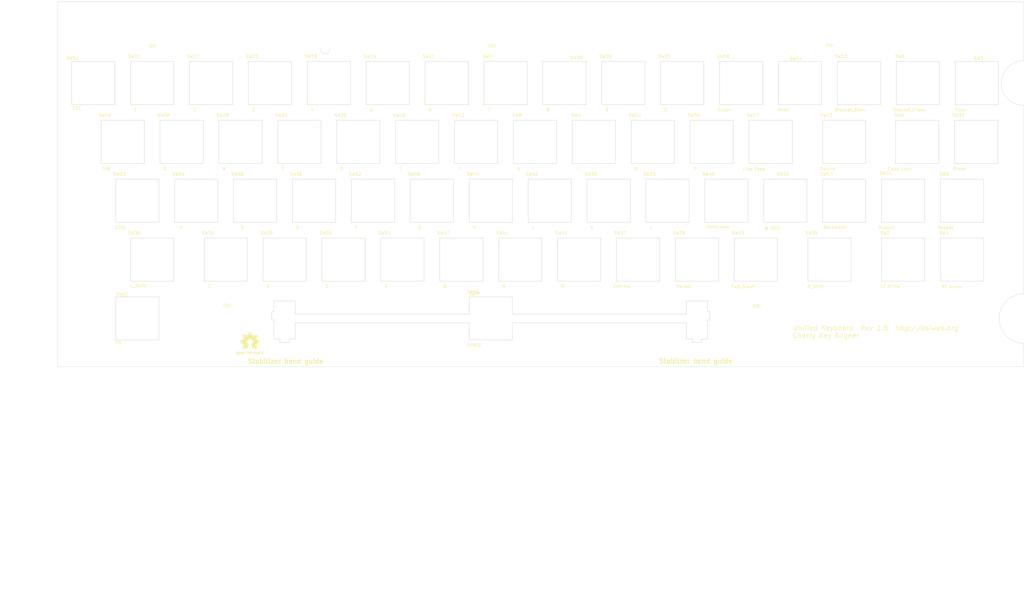
<source format=kicad_pcb>
(kicad_pcb (version 20171130) (host pcbnew "(5.1.6-0-10_14)")

  (general
    (thickness 1.6)
    (drawings 13)
    (tracks 0)
    (zones 0)
    (modules 74)
    (nets 1)
  )

  (page B)
  (title_block
    (title "Cherry Key aligner")
    (date 2020-06-22)
    (rev 1.8)
    (company OSIWeb.org)
  )

  (layers
    (0 F.Cu signal)
    (31 B.Cu signal)
    (32 B.Adhes user)
    (33 F.Adhes user)
    (34 B.Paste user)
    (35 F.Paste user)
    (36 B.SilkS user)
    (37 F.SilkS user)
    (38 B.Mask user)
    (39 F.Mask user)
    (40 Dwgs.User user)
    (41 Cmts.User user)
    (42 Eco1.User user)
    (43 Eco2.User user)
    (44 Edge.Cuts user)
    (45 Margin user)
    (46 B.CrtYd user)
    (47 F.CrtYd user)
    (48 B.Fab user)
    (49 F.Fab user)
  )

  (setup
    (last_trace_width 0.254)
    (user_trace_width 0.254)
    (user_trace_width 0.508)
    (user_trace_width 1.27)
    (trace_clearance 0.2)
    (zone_clearance 0.508)
    (zone_45_only no)
    (trace_min 0.2)
    (via_size 0.8128)
    (via_drill 0.4064)
    (via_min_size 0.4)
    (via_min_drill 0.3)
    (user_via 1.27 0.7112)
    (uvia_size 0.3048)
    (uvia_drill 0.1016)
    (uvias_allowed no)
    (uvia_min_size 0.2)
    (uvia_min_drill 0.1)
    (edge_width 0.05)
    (segment_width 0.2)
    (pcb_text_width 0.3)
    (pcb_text_size 1.5 1.5)
    (mod_edge_width 0.12)
    (mod_text_size 1 1)
    (mod_text_width 0.15)
    (pad_size 6.858 6.858)
    (pad_drill 6.858)
    (pad_to_mask_clearance 0)
    (aux_axis_origin 61.4172 179.1081)
    (grid_origin 62.1538 75.2602)
    (visible_elements 7FFFEFFF)
    (pcbplotparams
      (layerselection 0x010f0_ffffffff)
      (usegerberextensions false)
      (usegerberattributes false)
      (usegerberadvancedattributes false)
      (creategerberjobfile false)
      (excludeedgelayer true)
      (linewidth 0.100000)
      (plotframeref false)
      (viasonmask false)
      (mode 1)
      (useauxorigin false)
      (hpglpennumber 1)
      (hpglpenspeed 20)
      (hpglpendiameter 15.000000)
      (psnegative false)
      (psa4output false)
      (plotreference true)
      (plotvalue true)
      (plotinvisibletext false)
      (padsonsilk false)
      (subtractmaskfromsilk false)
      (outputformat 1)
      (mirror false)
      (drillshape 0)
      (scaleselection 1)
      (outputdirectory "outputs"))
  )

  (net 0 "")

  (net_class Default "This is the default net class."
    (clearance 0.2)
    (trace_width 0.254)
    (via_dia 0.8128)
    (via_drill 0.4064)
    (uvia_dia 0.3048)
    (uvia_drill 0.1016)
    (diff_pair_width 0.2032)
    (diff_pair_gap 0.254)
  )

  (net_class power1 ""
    (clearance 0.254)
    (trace_width 1.27)
    (via_dia 1.27)
    (via_drill 0.7112)
    (uvia_dia 0.3048)
    (uvia_drill 0.1016)
    (diff_pair_width 0.2032)
    (diff_pair_gap 0.254)
  )

  (net_class signal ""
    (clearance 0.2032)
    (trace_width 0.254)
    (via_dia 0.8128)
    (via_drill 0.4064)
    (uvia_dia 0.3048)
    (uvia_drill 0.1016)
    (diff_pair_width 0.2032)
    (diff_pair_gap 0.254)
  )

  (module unikbd:OSI_spacer_holes (layer F.Cu) (tedit 5EF57A9B) (tstamp 5EE2E784)
    (at 197.15988 165.99916)
    (fp_text reference REF** (at 0 0.5) (layer F.SilkS) hide
      (effects (font (size 1 1) (thickness 0.15)))
    )
    (fp_text value "OSI mounting holes" (at -0.32258 11.14044) (layer F.Fab)
      (effects (font (size 1 1) (thickness 0.15)))
    )
    (fp_circle (center 109.22 -92.71) (end 114.046 -92.71) (layer Cmts.User) (width 0.15))
    (fp_circle (center -109.22 -92.71) (end -104.394 -92.71) (layer Cmts.User) (width 0.15))
    (fp_circle (center 0 -92.8624) (end 4.826 -92.8624) (layer Cmts.User) (width 0.15))
    (fp_circle (center 85.725 0.635) (end 89.225 0.635) (layer Cmts.User) (width 0.15))
    (fp_circle (center 85.725 0.635) (end 89.475 0.635) (layer F.CrtYd) (width 0.05))
    (fp_circle (center -85.725 0.635) (end -82.225 0.635) (layer Cmts.User) (width 0.15))
    (fp_circle (center -85.725 0.635) (end -81.975 0.635) (layer F.CrtYd) (width 0.05))
    (fp_circle (center 0 -97.9424) (end 4.826 -97.9424) (layer Cmts.User) (width 0.15))
    (fp_circle (center -109.22 -97.79) (end -104.394 -97.79) (layer Cmts.User) (width 0.15))
    (fp_circle (center 109.22 -97.79) (end 114.046 -97.79) (layer Cmts.User) (width 0.15))
    (fp_line (start -5.08 -103.0224) (end 5.08 -103.0224) (layer F.CrtYd) (width 0.12))
    (fp_line (start 5.08 -103.0224) (end 5.08 -87.7824) (layer F.CrtYd) (width 0.12))
    (fp_line (start -5.08 -87.7824) (end 5.08 -87.7824) (layer F.CrtYd) (width 0.12))
    (fp_line (start -5.08 -87.7824) (end -5.08 -103.0224) (layer F.CrtYd) (width 0.12))
    (fp_line (start -114.3 -102.87) (end -104.14 -102.87) (layer F.CrtYd) (width 0.12))
    (fp_line (start -104.14 -102.87) (end -104.14 -87.63) (layer F.CrtYd) (width 0.12))
    (fp_line (start -114.3 -87.63) (end -104.14 -87.63) (layer F.CrtYd) (width 0.12))
    (fp_line (start -114.3 -87.63) (end -114.3 -102.87) (layer F.CrtYd) (width 0.12))
    (fp_line (start 104.14 -102.87) (end 114.3 -102.87) (layer F.CrtYd) (width 0.12))
    (fp_line (start 114.3 -102.87) (end 114.3 -87.63) (layer F.CrtYd) (width 0.12))
    (fp_line (start 104.14 -87.63) (end 114.3 -87.63) (layer F.CrtYd) (width 0.12))
    (fp_line (start 104.14 -87.63) (end 104.14 -102.87) (layer F.CrtYd) (width 0.12))
    (fp_text user %R (at 110.75162 -87.97036) (layer F.Fab)
      (effects (font (size 1 1) (thickness 0.15)))
    )
    (fp_text user OSI (at 109.6264 -88.392) (layer F.SilkS)
      (effects (font (size 1 1) (thickness 0.15)))
    )
    (fp_text user %R (at -85.03158 5.42544) (layer F.Fab)
      (effects (font (size 1 1) (thickness 0.15)))
    )
    (fp_text user OSI (at -85.28558 -4.17576) (layer F.SilkS)
      (effects (font (size 1 1) (thickness 0.15)))
    )
    (fp_text user %R (at 86.31682 5.65404) (layer F.Fab)
      (effects (font (size 1 1) (thickness 0.15)))
    )
    (fp_text user OSI (at 86.06282 -3.94716) (layer F.SilkS)
      (effects (font (size 1 1) (thickness 0.15)))
    )
    (fp_text user OSI (at 0.45212 -88.22436) (layer F.SilkS)
      (effects (font (size 1 1) (thickness 0.15)))
    )
    (fp_text user %R (at 0.84582 -87.86876) (layer F.Fab)
      (effects (font (size 1 1) (thickness 0.15)))
    )
    (fp_text user OSI (at -109.4232 -88.138) (layer F.SilkS)
      (effects (font (size 1 1) (thickness 0.15)))
    )
    (fp_text user %R (at -109.31398 -87.86876) (layer F.Fab)
      (effects (font (size 1 1) (thickness 0.15)))
    )
    (fp_text user %R (at 110.75162 -87.97036) (layer F.Fab)
      (effects (font (size 1 1) (thickness 0.15)))
    )
    (pad "" np_thru_hole circle (at -85.725 0.635) (size 7.112 7.112) (drill 7.112) (layers *.Cu *.Mask))
    (pad "" np_thru_hole circle (at 85.725 0.635) (size 7.112 7.112) (drill 7.112) (layers *.Cu *.Mask))
    (pad "" np_thru_hole oval (at 0 -95.25) (size 7.112 12.192) (drill oval 7.112 12.192) (layers *.Cu *.Mask))
    (pad "" np_thru_hole oval (at -109.22 -95.25) (size 7.112 12.192) (drill oval 7.112 12.192) (layers *.Cu *.Mask))
    (pad "" np_thru_hole oval (at 109.22 -95.25) (size 7.112 12.192) (drill oval 7.112 12.192) (layers *.Cu *.Mask))
  )

  (module unikbd:kbd_mounting_holes_only (layer F.Cu) (tedit 5EF57261) (tstamp 5EF5D90A)
    (at 301.0408 163.87826 90)
    (descr "Through hole straight pin header, 2x20, 2.54mm pitch, double rows")
    (tags "Through hole pin header THT 2x20 2.54mm double row")
    (fp_text reference REF** (at 1.2954 -2.5078 90) (layer F.Fab) hide
      (effects (font (size 1 1) (thickness 0.15)))
    )
    (fp_text value "Interface mount" (at 1.27 50.59 90) (layer F.Fab) hide
      (effects (font (size 1 1) (thickness 0.15)))
    )
    (pad "" np_thru_hole circle (at 1.2954 54.5606 90) (size 3.175 3.175) (drill 3.175) (layers *.Cu *.Mask))
    (pad "" np_thru_hole circle (at 1.2954 -8.8124 90) (size 3.175 3.175) (drill 3.175) (layers *.Cu *.Mask))
    (pad "" np_thru_hole circle (at 91.4924 -2.8688 90) (size 3.175 3.175) (drill 3.175) (layers *.Cu *.Mask))
    (pad "" np_thru_hole circle (at 91.4924 50.4712 90) (size 3.175 3.175) (drill 3.175) (layers *.Cu *.Mask))
    (model ${KISYS3DMOD}/Connector_PinHeader_2.54mm.3dshapes/PinHeader_2x20_P2.54mm_Vertical.wrl
      (offset (xyz 2.54 0 -1.8288))
      (scale (xyz 1 1 1))
      (rotate (xyz 0 180 0))
    )
  )

  (module unikbd:MX_space_aligner (layer F.Cu) (tedit 5EE3C1C3) (tstamp 5D0D7A0F)
    (at 197.15988 165.99916)
    (path /5BC3E99D/5BC6CD72)
    (fp_text reference SW46 (at -5.7912 -8.6106) (layer F.SilkS)
      (effects (font (size 1 1) (thickness 0.15)))
    )
    (fp_text value SPACE (at -5.334 8.6614) (layer F.SilkS)
      (effects (font (size 1 1) (thickness 0.15)))
    )
    (fp_line (start 6.985 -6.985) (end 6.985 -1.397) (layer Edge.Cuts) (width 0.12))
    (fp_line (start 6.985 -1.397) (end 63.2206 -1.397) (layer Edge.Cuts) (width 0.12))
    (fp_line (start 63.2206 -1.397) (end 63.2206 -5.6896) (layer Edge.Cuts) (width 0.12))
    (fp_line (start 63.2206 -5.6896) (end 70.1294 -5.6896) (layer Edge.Cuts) (width 0.12))
    (fp_line (start 70.1294 -5.6896) (end 70.1294 -2.286) (layer Edge.Cuts) (width 0.12))
    (fp_line (start 70.1294 -2.286) (end 70.866 -2.286) (layer Edge.Cuts) (width 0.12))
    (fp_line (start 70.866 -2.286) (end 70.866 0.508) (layer Edge.Cuts) (width 0.12))
    (fp_line (start 70.866 0.508) (end 70.1294 0.508) (layer Edge.Cuts) (width 0.12))
    (fp_line (start 70.1294 0.508) (end 70.1294 6.604) (layer Edge.Cuts) (width 0.12))
    (fp_line (start 70.1294 6.604) (end 68.199 6.604) (layer Edge.Cuts) (width 0.12))
    (fp_line (start 68.199 6.604) (end 68.199 7.7724) (layer Edge.Cuts) (width 0.12))
    (fp_line (start 68.199 7.7724) (end 65.151 7.7724) (layer Edge.Cuts) (width 0.12))
    (fp_line (start 65.151 7.7724) (end 65.151 6.604) (layer Edge.Cuts) (width 0.12))
    (fp_line (start 65.151 6.604) (end 63.2206 6.604) (layer Edge.Cuts) (width 0.12))
    (fp_line (start 63.2206 6.604) (end 63.2206 1.397) (layer Edge.Cuts) (width 0.12))
    (fp_line (start 63.2206 1.397) (end 6.985 1.397) (layer Edge.Cuts) (width 0.12))
    (fp_line (start 6.985 1.397) (end 6.985 6.985) (layer Edge.Cuts) (width 0.12))
    (fp_line (start 6.985 6.985) (end -6.985 6.985) (layer Edge.Cuts) (width 0.12))
    (fp_line (start -6.985 6.985) (end -6.985 1.397) (layer Edge.Cuts) (width 0.12))
    (fp_line (start -6.985 1.397) (end -63.2206 1.397) (layer Edge.Cuts) (width 0.12))
    (fp_line (start -63.2206 1.397) (end -63.2206 6.604) (layer Edge.Cuts) (width 0.12))
    (fp_line (start -63.2206 6.604) (end -65.151 6.604) (layer Edge.Cuts) (width 0.12))
    (fp_line (start -65.151 6.604) (end -65.151 7.7724) (layer Edge.Cuts) (width 0.12))
    (fp_line (start -65.151 7.7724) (end -68.199 7.7724) (layer Edge.Cuts) (width 0.12))
    (fp_line (start -68.199 7.7724) (end -68.199 6.604) (layer Edge.Cuts) (width 0.12))
    (fp_line (start -68.199 6.604) (end -70.1294 6.604) (layer Edge.Cuts) (width 0.12))
    (fp_line (start -70.1294 6.604) (end -70.1294 0.508) (layer Edge.Cuts) (width 0.12))
    (fp_line (start -70.1294 0.508) (end -70.866 0.508) (layer Edge.Cuts) (width 0.12))
    (fp_line (start -70.866 0.508) (end -70.866 -2.286) (layer Edge.Cuts) (width 0.12))
    (fp_line (start -70.866 -2.286) (end -70.1294 -2.286) (layer Edge.Cuts) (width 0.12))
    (fp_line (start -70.1294 -2.286) (end -70.1294 -5.6896) (layer Edge.Cuts) (width 0.12))
    (fp_line (start -70.1294 -5.6896) (end -63.2206 -5.6896) (layer Edge.Cuts) (width 0.12))
    (fp_line (start -63.2206 -5.6896) (end -63.2206 -1.397) (layer Edge.Cuts) (width 0.12))
    (fp_line (start -63.2206 -1.397) (end -6.985 -1.397) (layer Edge.Cuts) (width 0.12))
    (fp_line (start -6.985 -1.397) (end -6.985 -6.985) (layer Edge.Cuts) (width 0.12))
    (fp_line (start -6.985 -6.985) (end 6.985 -6.985) (layer Edge.Cuts) (width 0.12))
    (fp_text user REF** (at 0 0.5) (layer F.SilkS) hide
      (effects (font (size 1 1) (thickness 0.15)))
    )
    (fp_text user Futaba_2u_Cherry_aligner (at 0 -0.5) (layer F.Fab)
      (effects (font (size 1 1) (thickness 0.15)))
    )
    (fp_text user SW** (at -5.334 -7.874) (layer F.SilkS)
      (effects (font (size 1 1) (thickness 0.15)))
    )
    (fp_text user MX_space_aligner (at -0.6096 7.9248) (layer B.Fab)
      (effects (font (size 1 1) (thickness 0.15)))
    )
  )

  (module unikbd:Key_MX_Aligner (layer F.Cu) (tedit 5E72B33B) (tstamp 5EE2E6D8)
    (at 335.06918 108.84916)
    (path /5BC3EA0A/5BCAF394)
    (fp_text reference SW9 (at -5.7912 -8.6106) (layer F.SilkS)
      (effects (font (size 1 1) (thickness 0.15)))
    )
    (fp_text value "Caps Lock" (at -5.7023 8.71982) (layer F.SilkS)
      (effects (font (size 1 1) (thickness 0.15)))
    )
    (fp_line (start -6.985 -6.985) (end -6.985 6.985) (layer Edge.Cuts) (width 0.12))
    (fp_line (start 6.985 6.985) (end 6.985 -6.985) (layer Edge.Cuts) (width 0.12))
    (fp_line (start -6.985 -6.985) (end 6.985 -6.985) (layer Edge.Cuts) (width 0.12))
    (fp_line (start -6.985 6.985) (end 6.985 6.985) (layer Edge.Cuts) (width 0.12))
  )

  (module unikbd:Key_MX_Aligner (layer F.Cu) (tedit 5E72B33B) (tstamp 5E0A154C)
    (at 82.85988 165.99916)
    (fp_text reference SW61 (at -5.0292 -7.7724) (layer F.SilkS)
      (effects (font (size 1 1) (thickness 0.15)))
    )
    (fp_text value FN (at -6.1214 7.7978) (layer F.SilkS)
      (effects (font (size 1 1) (thickness 0.15)))
    )
    (fp_line (start -6.985 -6.985) (end -6.985 6.985) (layer Edge.Cuts) (width 0.12))
    (fp_line (start 6.985 6.985) (end 6.985 -6.985) (layer Edge.Cuts) (width 0.12))
    (fp_line (start -6.985 -6.985) (end 6.985 -6.985) (layer Edge.Cuts) (width 0.12))
    (fp_line (start -6.985 6.985) (end 6.985 6.985) (layer Edge.Cuts) (width 0.12))
  )

  (module unikbd:Key_MX_Aligner (layer F.Cu) (tedit 5E72B33B) (tstamp 5D0F9D4F)
    (at 287.64738 108.84916)
    (path /5BC3EA0A/5BCAF39B)
    (fp_text reference SW17 (at -5.7912 -8.6106) (layer F.SilkS)
      (effects (font (size 1 1) (thickness 0.15)))
    )
    (fp_text value "Line Feed" (at -5.37464 8.79094) (layer F.SilkS)
      (effects (font (size 1 1) (thickness 0.15)))
    )
    (fp_line (start -6.985 -6.985) (end -6.985 6.985) (layer Edge.Cuts) (width 0.12))
    (fp_line (start 6.985 6.985) (end 6.985 -6.985) (layer Edge.Cuts) (width 0.12))
    (fp_line (start -6.985 -6.985) (end 6.985 -6.985) (layer Edge.Cuts) (width 0.12))
    (fp_line (start -6.985 6.985) (end 6.985 6.985) (layer Edge.Cuts) (width 0.12))
  )

  (module unikbd:Key_MX_Aligner (layer F.Cu) (tedit 5E72B33B) (tstamp 5D0FBBE7)
    (at 244.78488 146.94916)
    (path /5BC3E99D/5BC6CEDD)
    (fp_text reference SW37 (at -5.7912 -8.6106) (layer F.SilkS)
      (effects (font (size 1 1) (thickness 0.15)))
    )
    (fp_text value Comma (at -5.334 8.6614) (layer F.SilkS)
      (effects (font (size 1 1) (thickness 0.15)))
    )
    (fp_line (start -6.985 -6.985) (end -6.985 6.985) (layer Edge.Cuts) (width 0.12))
    (fp_line (start 6.985 6.985) (end 6.985 -6.985) (layer Edge.Cuts) (width 0.12))
    (fp_line (start -6.985 -6.985) (end 6.985 -6.985) (layer Edge.Cuts) (width 0.12))
    (fp_line (start -6.985 6.985) (end 6.985 6.985) (layer Edge.Cuts) (width 0.12))
  )

  (module unikbd:Key_MX_Aligner locked (layer F.Cu) (tedit 5E72B33B) (tstamp 5D0D7CEF)
    (at 87.62238 89.79916)
    (path /5BC3EA0A/5BCAF489)
    (fp_text reference SW31 (at -5.7912 -8.6106) (layer F.SilkS)
      (effects (font (size 1 1) (thickness 0.15)))
    )
    (fp_text value 1 (at -5.334 8.6614) (layer F.SilkS)
      (effects (font (size 1 1) (thickness 0.15)))
    )
    (fp_line (start -6.985 -6.985) (end -6.985 6.985) (layer Edge.Cuts) (width 0.12))
    (fp_line (start 6.985 6.985) (end 6.985 -6.985) (layer Edge.Cuts) (width 0.12))
    (fp_line (start -6.985 -6.985) (end 6.985 -6.985) (layer Edge.Cuts) (width 0.12))
    (fp_line (start -6.985 6.985) (end 6.985 6.985) (layer Edge.Cuts) (width 0.12))
  )

  (module unikbd:Key_MX_Aligner locked (layer F.Cu) (tedit 5E72B33B) (tstamp 5D0D7CDF)
    (at 220.97238 89.79916)
    (path /5BC3EA0A/5BCAF419)
    (fp_text reference SW30 (at 3.91922 -8.21436) (layer F.SilkS)
      (effects (font (size 1 1) (thickness 0.15)))
    )
    (fp_text value 8 (at -5.334 8.6614) (layer F.SilkS)
      (effects (font (size 1 1) (thickness 0.15)))
    )
    (fp_line (start -6.985 -6.985) (end -6.985 6.985) (layer Edge.Cuts) (width 0.12))
    (fp_line (start 6.985 6.985) (end 6.985 -6.985) (layer Edge.Cuts) (width 0.12))
    (fp_line (start -6.985 -6.985) (end 6.985 -6.985) (layer Edge.Cuts) (width 0.12))
    (fp_line (start -6.985 6.985) (end 6.985 6.985) (layer Edge.Cuts) (width 0.12))
  )

  (module unikbd:Key_MX_Aligner (layer F.Cu) (tedit 5E72B33B) (tstamp 5D633EAE)
    (at 263.83488 146.94916)
    (path /5BC3EA0A/5BCAF3A9)
    (fp_text reference SW29 (at -5.7912 -8.6106) (layer F.SilkS)
      (effects (font (size 1 1) (thickness 0.15)))
    )
    (fp_text value Period (at -4.38658 8.6614) (layer F.SilkS)
      (effects (font (size 1 1) (thickness 0.15)))
    )
    (fp_line (start -6.985 -6.985) (end -6.985 6.985) (layer Edge.Cuts) (width 0.12))
    (fp_line (start 6.985 6.985) (end 6.985 -6.985) (layer Edge.Cuts) (width 0.12))
    (fp_line (start -6.985 -6.985) (end 6.985 -6.985) (layer Edge.Cuts) (width 0.12))
    (fp_line (start -6.985 6.985) (end 6.985 6.985) (layer Edge.Cuts) (width 0.12))
  )

  (module unikbd:Key_MX_Aligner (layer F.Cu) (tedit 5E72B33B) (tstamp 5D0F9EDE)
    (at 116.19738 108.84916)
    (path /5BC3EA0A/5BCAF339)
    (fp_text reference SW28 (at -5.7912 -8.6106) (layer F.SilkS)
      (effects (font (size 1 1) (thickness 0.15)))
    )
    (fp_text value W (at -5.334 8.6614) (layer F.SilkS)
      (effects (font (size 1 1) (thickness 0.15)))
    )
    (fp_line (start -6.985 -6.985) (end -6.985 6.985) (layer Edge.Cuts) (width 0.12))
    (fp_line (start 6.985 6.985) (end 6.985 -6.985) (layer Edge.Cuts) (width 0.12))
    (fp_line (start -6.985 -6.985) (end 6.985 -6.985) (layer Edge.Cuts) (width 0.12))
    (fp_line (start -6.985 6.985) (end 6.985 6.985) (layer Edge.Cuts) (width 0.12))
  )

  (module unikbd:Key_MX_Aligner locked (layer F.Cu) (tedit 5E72B33B) (tstamp 5D0D7CAF)
    (at 106.67238 89.79916)
    (path /5BC3EA0A/5BCAF490)
    (fp_text reference SW27 (at -5.7912 -8.6106) (layer F.SilkS)
      (effects (font (size 1 1) (thickness 0.15)))
    )
    (fp_text value 2 (at -5.334 8.6614) (layer F.SilkS)
      (effects (font (size 1 1) (thickness 0.15)))
    )
    (fp_line (start -6.985 -6.985) (end -6.985 6.985) (layer Edge.Cuts) (width 0.12))
    (fp_line (start 6.985 6.985) (end 6.985 -6.985) (layer Edge.Cuts) (width 0.12))
    (fp_line (start -6.985 -6.985) (end 6.985 -6.985) (layer Edge.Cuts) (width 0.12))
    (fp_line (start -6.985 6.985) (end 6.985 6.985) (layer Edge.Cuts) (width 0.12))
  )

  (module unikbd:Key_MX_Aligner locked (layer F.Cu) (tedit 5E72B33B) (tstamp 5D0D7C9F)
    (at 240.02238 89.79916)
    (path /5BC3EA0A/5BCAF420)
    (fp_text reference SW26 (at -5.7912 -8.6106) (layer F.SilkS)
      (effects (font (size 1 1) (thickness 0.15)))
    )
    (fp_text value 9 (at -5.334 8.6614) (layer F.SilkS)
      (effects (font (size 1 1) (thickness 0.15)))
    )
    (fp_line (start -6.985 -6.985) (end -6.985 6.985) (layer Edge.Cuts) (width 0.12))
    (fp_line (start 6.985 6.985) (end 6.985 -6.985) (layer Edge.Cuts) (width 0.12))
    (fp_line (start -6.985 -6.985) (end 6.985 -6.985) (layer Edge.Cuts) (width 0.12))
    (fp_line (start -6.985 6.985) (end 6.985 6.985) (layer Edge.Cuts) (width 0.12))
  )

  (module unikbd:Key_MX_Aligner (layer F.Cu) (tedit 5E72B33B) (tstamp 5D0FAB87)
    (at 254.30988 127.89916)
    (path /5BC3EA0A/5BCAF3B0)
    (fp_text reference SW25 (at -5.7912 -8.6106) (layer F.SilkS)
      (effects (font (size 1 1) (thickness 0.15)))
    )
    (fp_text value L (at -5.334 8.6614) (layer F.SilkS)
      (effects (font (size 1 1) (thickness 0.15)))
    )
    (fp_line (start -6.985 -6.985) (end -6.985 6.985) (layer Edge.Cuts) (width 0.12))
    (fp_line (start 6.985 6.985) (end 6.985 -6.985) (layer Edge.Cuts) (width 0.12))
    (fp_line (start -6.985 -6.985) (end 6.985 -6.985) (layer Edge.Cuts) (width 0.12))
    (fp_line (start -6.985 6.985) (end 6.985 6.985) (layer Edge.Cuts) (width 0.12))
  )

  (module unikbd:Key_MX_Aligner (layer F.Cu) (tedit 5E72B33B) (tstamp 5D0F9EA5)
    (at 135.24738 108.84916)
    (path /5BC3EA0A/5BCAF340)
    (fp_text reference SW24 (at -5.7912 -8.6106) (layer F.SilkS)
      (effects (font (size 1 1) (thickness 0.15)))
    )
    (fp_text value E (at -5.334 8.6614) (layer F.SilkS)
      (effects (font (size 1 1) (thickness 0.15)))
    )
    (fp_line (start -6.985 -6.985) (end -6.985 6.985) (layer Edge.Cuts) (width 0.12))
    (fp_line (start 6.985 6.985) (end 6.985 -6.985) (layer Edge.Cuts) (width 0.12))
    (fp_line (start -6.985 -6.985) (end 6.985 -6.985) (layer Edge.Cuts) (width 0.12))
    (fp_line (start -6.985 6.985) (end 6.985 6.985) (layer Edge.Cuts) (width 0.12))
  )

  (module unikbd:Key_MX_Aligner locked (layer F.Cu) (tedit 5E72B33B) (tstamp 5D0D7C6F)
    (at 125.72238 89.79916)
    (path /5BC3EA0A/5BCAF482)
    (fp_text reference SW23 (at -5.7912 -8.6106) (layer F.SilkS)
      (effects (font (size 1 1) (thickness 0.15)))
    )
    (fp_text value 3 (at -5.334 8.6614) (layer F.SilkS)
      (effects (font (size 1 1) (thickness 0.15)))
    )
    (fp_line (start -6.985 -6.985) (end -6.985 6.985) (layer Edge.Cuts) (width 0.12))
    (fp_line (start 6.985 6.985) (end 6.985 -6.985) (layer Edge.Cuts) (width 0.12))
    (fp_line (start -6.985 -6.985) (end 6.985 -6.985) (layer Edge.Cuts) (width 0.12))
    (fp_line (start -6.985 6.985) (end 6.985 6.985) (layer Edge.Cuts) (width 0.12))
  )

  (module unikbd:Key_MX_Aligner (layer F.Cu) (tedit 5E72B33B) (tstamp 5D633858)
    (at 249.54738 108.84916)
    (path /5BC3EA0A/5BCAF412)
    (fp_text reference SW22 (at -5.7912 -8.6106) (layer F.SilkS)
      (effects (font (size 1 1) (thickness 0.15)))
    )
    (fp_text value 0 (at -5.334 8.6614) (layer F.SilkS)
      (effects (font (size 1 1) (thickness 0.15)))
    )
    (fp_line (start -6.985 -6.985) (end -6.985 6.985) (layer Edge.Cuts) (width 0.12))
    (fp_line (start 6.985 6.985) (end 6.985 -6.985) (layer Edge.Cuts) (width 0.12))
    (fp_line (start -6.985 -6.985) (end 6.985 -6.985) (layer Edge.Cuts) (width 0.12))
    (fp_line (start -6.985 6.985) (end 6.985 6.985) (layer Edge.Cuts) (width 0.12))
  )

  (module unikbd:Key_MX_Aligner locked (layer F.Cu) (tedit 5E72B33B) (tstamp 5D0D7C4F)
    (at 259.07238 89.79916)
    (path /5BC3EA0A/5BCAF3A2)
    (fp_text reference SW21 (at -5.7912 -8.6106) (layer F.SilkS)
      (effects (font (size 1 1) (thickness 0.15)))
    )
    (fp_text value O (at -5.334 8.6614) (layer F.SilkS)
      (effects (font (size 1 1) (thickness 0.15)))
    )
    (fp_line (start -6.985 -6.985) (end -6.985 6.985) (layer Edge.Cuts) (width 0.12))
    (fp_line (start 6.985 6.985) (end 6.985 -6.985) (layer Edge.Cuts) (width 0.12))
    (fp_line (start -6.985 -6.985) (end 6.985 -6.985) (layer Edge.Cuts) (width 0.12))
    (fp_line (start -6.985 6.985) (end 6.985 6.985) (layer Edge.Cuts) (width 0.12))
  )

  (module unikbd:Key_MX_Aligner (layer F.Cu) (tedit 5E72B33B) (tstamp 5D0F9E6C)
    (at 154.29738 108.84916)
    (path /5BC3EA0A/5BCAF332)
    (fp_text reference SW20 (at -5.7912 -8.6106) (layer F.SilkS)
      (effects (font (size 1 1) (thickness 0.15)))
    )
    (fp_text value R (at -5.334 8.6614) (layer F.SilkS)
      (effects (font (size 1 1) (thickness 0.15)))
    )
    (fp_line (start -6.985 -6.985) (end -6.985 6.985) (layer Edge.Cuts) (width 0.12))
    (fp_line (start 6.985 6.985) (end 6.985 -6.985) (layer Edge.Cuts) (width 0.12))
    (fp_line (start -6.985 -6.985) (end 6.985 -6.985) (layer Edge.Cuts) (width 0.12))
    (fp_line (start -6.985 6.985) (end 6.985 6.985) (layer Edge.Cuts) (width 0.12))
  )

  (module unikbd:Key_MX_Aligner locked (layer F.Cu) (tedit 5E72B33B) (tstamp 5D0D7C2F)
    (at 144.77238 89.79916)
    (path /5BC3EA0A/5BCAF47B)
    (fp_text reference SW19 (at -5.7912 -8.6106) (layer F.SilkS)
      (effects (font (size 1 1) (thickness 0.15)))
    )
    (fp_text value 4 (at -5.334 8.6614) (layer F.SilkS)
      (effects (font (size 1 1) (thickness 0.15)))
    )
    (fp_line (start -6.985 -6.985) (end -6.985 6.985) (layer Edge.Cuts) (width 0.12))
    (fp_line (start 6.985 6.985) (end 6.985 -6.985) (layer Edge.Cuts) (width 0.12))
    (fp_line (start -6.985 -6.985) (end 6.985 -6.985) (layer Edge.Cuts) (width 0.12))
    (fp_line (start -6.985 6.985) (end 6.985 6.985) (layer Edge.Cuts) (width 0.12))
  )

  (module unikbd:Key_MX_Aligner locked (layer F.Cu) (tedit 5E72B33B) (tstamp 5D0D7C1F)
    (at 278.12238 89.79916)
    (path /5BC3EA0A/5BCAF40B)
    (fp_text reference SW18 (at -5.7912 -8.6106) (layer F.SilkS)
      (effects (font (size 1 1) (thickness 0.15)))
    )
    (fp_text value Colon (at -5.334 8.6614) (layer F.SilkS)
      (effects (font (size 1 1) (thickness 0.15)))
    )
    (fp_line (start -6.985 -6.985) (end -6.985 6.985) (layer Edge.Cuts) (width 0.12))
    (fp_line (start 6.985 6.985) (end 6.985 -6.985) (layer Edge.Cuts) (width 0.12))
    (fp_line (start -6.985 -6.985) (end 6.985 -6.985) (layer Edge.Cuts) (width 0.12))
    (fp_line (start -6.985 6.985) (end 6.985 6.985) (layer Edge.Cuts) (width 0.12))
  )

  (module unikbd:Key_MX_Aligner (layer F.Cu) (tedit 5E72B33B) (tstamp 5D0F9D88)
    (at 173.34738 108.84916)
    (path /5BC3EA0A/5BCAF32B)
    (fp_text reference SW16 (at -5.7912 -8.6106) (layer F.SilkS)
      (effects (font (size 1 1) (thickness 0.15)))
    )
    (fp_text value T (at -5.334 8.6614) (layer F.SilkS)
      (effects (font (size 1 1) (thickness 0.15)))
    )
    (fp_line (start -6.985 -6.985) (end -6.985 6.985) (layer Edge.Cuts) (width 0.12))
    (fp_line (start 6.985 6.985) (end 6.985 -6.985) (layer Edge.Cuts) (width 0.12))
    (fp_line (start -6.985 -6.985) (end 6.985 -6.985) (layer Edge.Cuts) (width 0.12))
    (fp_line (start -6.985 6.985) (end 6.985 6.985) (layer Edge.Cuts) (width 0.12))
  )

  (module unikbd:Key_MX_Aligner locked (layer F.Cu) (tedit 5E72B33B) (tstamp 5D0D7BEF)
    (at 163.82238 89.79916)
    (path /5BC3EA0A/5BCAF46D)
    (fp_text reference SW15 (at -5.7912 -8.6106) (layer F.SilkS)
      (effects (font (size 1 1) (thickness 0.15)))
    )
    (fp_text value 5 (at -5.334 8.6614) (layer F.SilkS)
      (effects (font (size 1 1) (thickness 0.15)))
    )
    (fp_line (start -6.985 -6.985) (end -6.985 6.985) (layer Edge.Cuts) (width 0.12))
    (fp_line (start 6.985 6.985) (end 6.985 -6.985) (layer Edge.Cuts) (width 0.12))
    (fp_line (start -6.985 -6.985) (end 6.985 -6.985) (layer Edge.Cuts) (width 0.12))
    (fp_line (start -6.985 6.985) (end 6.985 6.985) (layer Edge.Cuts) (width 0.12))
  )

  (module unikbd:Key_MX_Aligner locked (layer F.Cu) (tedit 5E72B33B) (tstamp 5D0D7BDF)
    (at 297.17238 89.79916)
    (path /5BC3EA0A/5BCAF3FD)
    (fp_text reference SW14 (at -1.33858 -7.85876) (layer F.SilkS)
      (effects (font (size 1 1) (thickness 0.15)))
    )
    (fp_text value Dash (at -5.334 8.6614) (layer F.SilkS)
      (effects (font (size 1 1) (thickness 0.15)))
    )
    (fp_line (start -6.985 -6.985) (end -6.985 6.985) (layer Edge.Cuts) (width 0.12))
    (fp_line (start 6.985 6.985) (end 6.985 -6.985) (layer Edge.Cuts) (width 0.12))
    (fp_line (start -6.985 -6.985) (end 6.985 -6.985) (layer Edge.Cuts) (width 0.12))
    (fp_line (start -6.985 6.985) (end 6.985 6.985) (layer Edge.Cuts) (width 0.12))
  )

  (module unikbd:Key_MX_Aligner (layer F.Cu) (tedit 5E72B33B) (tstamp 5EE2E6FC)
    (at 311.45988 108.84916)
    (path /5BC3EA0A/5BCAF38D)
    (fp_text reference SW13 (at -5.7912 -8.6106) (layer F.SilkS)
      (effects (font (size 1 1) (thickness 0.15)))
    )
    (fp_text value Return (at -5.334 8.6614) (layer F.SilkS)
      (effects (font (size 1 1) (thickness 0.15)))
    )
    (fp_line (start -6.985 -6.985) (end -6.985 6.985) (layer Edge.Cuts) (width 0.12))
    (fp_line (start 6.985 6.985) (end 6.985 -6.985) (layer Edge.Cuts) (width 0.12))
    (fp_line (start -6.985 -6.985) (end 6.985 -6.985) (layer Edge.Cuts) (width 0.12))
    (fp_line (start -6.985 6.985) (end 6.985 6.985) (layer Edge.Cuts) (width 0.12))
  )

  (module unikbd:Key_MX_Aligner (layer F.Cu) (tedit 5E72B33B) (tstamp 5D0F9DFA)
    (at 192.39738 108.84916)
    (path /5BC3EA0A/5BCAF31D)
    (fp_text reference SW12 (at -5.7912 -8.6106) (layer F.SilkS)
      (effects (font (size 1 1) (thickness 0.15)))
    )
    (fp_text value Y (at -5.334 8.6614) (layer F.SilkS)
      (effects (font (size 1 1) (thickness 0.15)))
    )
    (fp_line (start -6.985 -6.985) (end -6.985 6.985) (layer Edge.Cuts) (width 0.12))
    (fp_line (start 6.985 6.985) (end 6.985 -6.985) (layer Edge.Cuts) (width 0.12))
    (fp_line (start -6.985 -6.985) (end 6.985 -6.985) (layer Edge.Cuts) (width 0.12))
    (fp_line (start -6.985 6.985) (end 6.985 6.985) (layer Edge.Cuts) (width 0.12))
  )

  (module unikbd:Key_MX_Aligner locked (layer F.Cu) (tedit 5E72B33B) (tstamp 5D0D7BAF)
    (at 182.87238 89.79916)
    (path /5BC3EA0A/5BCAF474)
    (fp_text reference SW11 (at -5.7912 -8.6106) (layer F.SilkS)
      (effects (font (size 1 1) (thickness 0.15)))
    )
    (fp_text value 6 (at -5.334 8.6614) (layer F.SilkS)
      (effects (font (size 1 1) (thickness 0.15)))
    )
    (fp_line (start -6.985 -6.985) (end -6.985 6.985) (layer Edge.Cuts) (width 0.12))
    (fp_line (start 6.985 6.985) (end 6.985 -6.985) (layer Edge.Cuts) (width 0.12))
    (fp_line (start -6.985 -6.985) (end 6.985 -6.985) (layer Edge.Cuts) (width 0.12))
    (fp_line (start -6.985 6.985) (end 6.985 6.985) (layer Edge.Cuts) (width 0.12))
  )

  (module unikbd:Key_MX_Aligner locked (layer F.Cu) (tedit 5E72B33B) (tstamp 5D105DE3)
    (at 316.22238 89.79916)
    (path /5BC3EA0A/5BCAF404)
    (fp_text reference SW10 (at -5.7912 -8.6106) (layer F.SilkS)
      (effects (font (size 1 1) (thickness 0.15)))
    )
    (fp_text value Bracket_Open (at -2.794 8.6614) (layer F.SilkS)
      (effects (font (size 1 1) (thickness 0.15)))
    )
    (fp_line (start -6.985 -6.985) (end -6.985 6.985) (layer Edge.Cuts) (width 0.12))
    (fp_line (start 6.985 6.985) (end 6.985 -6.985) (layer Edge.Cuts) (width 0.12))
    (fp_line (start -6.985 -6.985) (end 6.985 -6.985) (layer Edge.Cuts) (width 0.12))
    (fp_line (start -6.985 6.985) (end 6.985 6.985) (layer Edge.Cuts) (width 0.12))
  )

  (module unikbd:Key_MX_Aligner (layer F.Cu) (tedit 5E72B33B) (tstamp 5D0F9DC1)
    (at 211.44738 108.84916)
    (path /5BC3EA0A/5BCAF324)
    (fp_text reference SW8 (at -5.7912 -8.6106) (layer F.SilkS)
      (effects (font (size 1 1) (thickness 0.15)))
    )
    (fp_text value U (at -5.334 8.6614) (layer F.SilkS)
      (effects (font (size 1 1) (thickness 0.15)))
    )
    (fp_line (start -6.985 -6.985) (end -6.985 6.985) (layer Edge.Cuts) (width 0.12))
    (fp_line (start 6.985 6.985) (end 6.985 -6.985) (layer Edge.Cuts) (width 0.12))
    (fp_line (start -6.985 -6.985) (end 6.985 -6.985) (layer Edge.Cuts) (width 0.12))
    (fp_line (start -6.985 6.985) (end 6.985 6.985) (layer Edge.Cuts) (width 0.12))
  )

  (module unikbd:Key_MX_Aligner (layer F.Cu) (tedit 5E72B33B) (tstamp 5D0D7B6F)
    (at 201.92238 89.79916)
    (path /5BC3EA0A/5BCAF466)
    (fp_text reference SW7 (at -5.7912 -8.6106) (layer F.SilkS)
      (effects (font (size 1 1) (thickness 0.15)))
    )
    (fp_text value 7 (at -5.334 8.6614) (layer F.SilkS)
      (effects (font (size 1 1) (thickness 0.15)))
    )
    (fp_line (start -6.985 -6.985) (end -6.985 6.985) (layer Edge.Cuts) (width 0.12))
    (fp_line (start 6.985 6.985) (end 6.985 -6.985) (layer Edge.Cuts) (width 0.12))
    (fp_line (start -6.985 -6.985) (end 6.985 -6.985) (layer Edge.Cuts) (width 0.12))
    (fp_line (start -6.985 6.985) (end 6.985 6.985) (layer Edge.Cuts) (width 0.12))
  )

  (module unikbd:Key_MX_Aligner locked (layer F.Cu) (tedit 5E72B33B) (tstamp 5D105E93)
    (at 335.27238 89.79916)
    (path /5BC3EA0A/5BCAF3F6)
    (fp_text reference SW6 (at -5.7912 -8.6106) (layer F.SilkS)
      (effects (font (size 1 1) (thickness 0.15)))
    )
    (fp_text value Bracket_Close (at -2.794 8.6614) (layer F.SilkS)
      (effects (font (size 1 1) (thickness 0.15)))
    )
    (fp_line (start -6.985 -6.985) (end -6.985 6.985) (layer Edge.Cuts) (width 0.12))
    (fp_line (start 6.985 6.985) (end 6.985 -6.985) (layer Edge.Cuts) (width 0.12))
    (fp_line (start -6.985 -6.985) (end 6.985 -6.985) (layer Edge.Cuts) (width 0.12))
    (fp_line (start -6.985 6.985) (end 6.985 6.985) (layer Edge.Cuts) (width 0.12))
  )

  (module unikbd:Key_MX_Aligner (layer F.Cu) (tedit 5E72B33B) (tstamp 5D0F200E)
    (at 349.55988 127.89916)
    (path /5BC3EA0A/5BCAF386)
    (fp_text reference SW5 (at -5.7912 -8.6106) (layer F.SilkS)
      (effects (font (size 1 1) (thickness 0.15)))
    )
    (fp_text value Repeat (at -5.334 8.6614) (layer F.SilkS)
      (effects (font (size 1 1) (thickness 0.15)))
    )
    (fp_line (start -6.985 -6.985) (end -6.985 6.985) (layer Edge.Cuts) (width 0.12))
    (fp_line (start 6.985 6.985) (end 6.985 -6.985) (layer Edge.Cuts) (width 0.12))
    (fp_line (start -6.985 -6.985) (end 6.985 -6.985) (layer Edge.Cuts) (width 0.12))
    (fp_line (start -6.985 6.985) (end 6.985 6.985) (layer Edge.Cuts) (width 0.12))
  )

  (module unikbd:Key_MX_Aligner (layer F.Cu) (tedit 5E72B33B) (tstamp 5D0F9D16)
    (at 230.49738 108.84916)
    (path /5BC3EA0A/5BCAF316)
    (fp_text reference SW4 (at -5.7912 -8.6106) (layer F.SilkS)
      (effects (font (size 1 1) (thickness 0.15)))
    )
    (fp_text value I (at -5.334 8.6614) (layer F.SilkS)
      (effects (font (size 1 1) (thickness 0.15)))
    )
    (fp_line (start -6.985 -6.985) (end -6.985 6.985) (layer Edge.Cuts) (width 0.12))
    (fp_line (start 6.985 6.985) (end 6.985 -6.985) (layer Edge.Cuts) (width 0.12))
    (fp_line (start -6.985 -6.985) (end 6.985 -6.985) (layer Edge.Cuts) (width 0.12))
    (fp_line (start -6.985 6.985) (end 6.985 6.985) (layer Edge.Cuts) (width 0.12))
  )

  (module unikbd:Key_MX_Aligner locked (layer F.Cu) (tedit 5E72B33B) (tstamp 5D0D7B1F)
    (at 354.32238 89.79916)
    (path /5BC3EA0A/5BCAF3EF)
    (fp_text reference SW3 (at 0.56642 -7.96036) (layer F.SilkS)
      (effects (font (size 1 1) (thickness 0.15)))
    )
    (fp_text value Tilde (at -5.334 8.6614) (layer F.SilkS)
      (effects (font (size 1 1) (thickness 0.15)))
    )
    (fp_line (start -6.985 -6.985) (end -6.985 6.985) (layer Edge.Cuts) (width 0.12))
    (fp_line (start 6.985 6.985) (end 6.985 -6.985) (layer Edge.Cuts) (width 0.12))
    (fp_line (start -6.985 -6.985) (end 6.985 -6.985) (layer Edge.Cuts) (width 0.12))
    (fp_line (start -6.985 6.985) (end 6.985 6.985) (layer Edge.Cuts) (width 0.12))
  )

  (module unikbd:Key_MX_Aligner (layer F.Cu) (tedit 5E72B33B) (tstamp 5D0F6109)
    (at 330.50988 146.94916)
    (path /5BC3EA0A/5BCAF37F)
    (fp_text reference SW2 (at -5.7912 -8.6106) (layer F.SilkS)
      (effects (font (size 1 1) (thickness 0.15)))
    )
    (fp_text value "LT Arrow" (at -4.15798 8.60044) (layer F.SilkS)
      (effects (font (size 1 1) (thickness 0.15)))
    )
    (fp_line (start -6.985 -6.985) (end -6.985 6.985) (layer Edge.Cuts) (width 0.12))
    (fp_line (start 6.985 6.985) (end 6.985 -6.985) (layer Edge.Cuts) (width 0.12))
    (fp_line (start -6.985 -6.985) (end 6.985 -6.985) (layer Edge.Cuts) (width 0.12))
    (fp_line (start -6.985 6.985) (end 6.985 6.985) (layer Edge.Cuts) (width 0.12))
  )

  (module unikbd:Key_MX_Aligner (layer F.Cu) (tedit 5E72B33B) (tstamp 5D0FAB4E)
    (at 120.95988 127.89916)
    (path /5BC3E99D/5BC6D0D0)
    (fp_text reference SW60 (at -5.7912 -8.6106) (layer F.SilkS)
      (effects (font (size 1 1) (thickness 0.15)))
    )
    (fp_text value S (at -4.13258 8.62584) (layer F.SilkS)
      (effects (font (size 1 1) (thickness 0.15)))
    )
    (fp_line (start -6.985 -6.985) (end -6.985 6.985) (layer Edge.Cuts) (width 0.12))
    (fp_line (start 6.985 6.985) (end 6.985 -6.985) (layer Edge.Cuts) (width 0.12))
    (fp_line (start -6.985 -6.985) (end 6.985 -6.985) (layer Edge.Cuts) (width 0.12))
    (fp_line (start -6.985 6.985) (end 6.985 6.985) (layer Edge.Cuts) (width 0.12))
  )

  (module unikbd:Key_MX_Aligner (layer F.Cu) (tedit 5E72B33B) (tstamp 5D0FB692)
    (at 130.48488 146.94916)
    (path /5BC3E99D/5BC6CF00)
    (fp_text reference SW59 (at -5.7912 -8.6106) (layer F.SilkS)
      (effects (font (size 1 1) (thickness 0.15)))
    )
    (fp_text value X (at -5.334 8.6614) (layer F.SilkS)
      (effects (font (size 1 1) (thickness 0.15)))
    )
    (fp_line (start -6.985 -6.985) (end -6.985 6.985) (layer Edge.Cuts) (width 0.12))
    (fp_line (start 6.985 6.985) (end 6.985 -6.985) (layer Edge.Cuts) (width 0.12))
    (fp_line (start -6.985 -6.985) (end 6.985 -6.985) (layer Edge.Cuts) (width 0.12))
    (fp_line (start -6.985 6.985) (end 6.985 6.985) (layer Edge.Cuts) (width 0.12))
  )

  (module unikbd:Key_MX_Aligner (layer F.Cu) (tedit 5E72B33B) (tstamp 5D0F9CDD)
    (at 97.14738 108.84916)
    (path /5BC3E99D/5BC6CD80)
    (fp_text reference SW58 (at -5.7912 -8.6106) (layer F.SilkS)
      (effects (font (size 1 1) (thickness 0.15)))
    )
    (fp_text value Q (at -5.334 8.6614) (layer F.SilkS)
      (effects (font (size 1 1) (thickness 0.15)))
    )
    (fp_line (start -6.985 -6.985) (end -6.985 6.985) (layer Edge.Cuts) (width 0.12))
    (fp_line (start 6.985 6.985) (end 6.985 -6.985) (layer Edge.Cuts) (width 0.12))
    (fp_line (start -6.985 -6.985) (end 6.985 -6.985) (layer Edge.Cuts) (width 0.12))
    (fp_line (start -6.985 6.985) (end 6.985 6.985) (layer Edge.Cuts) (width 0.12))
  )

  (module unikbd:Key_MX_Aligner (layer F.Cu) (tedit 5E72B33B) (tstamp 5D633B5C)
    (at 311.45988 127.89916)
    (path /5BC3E99D/5BC3FF70)
    (fp_text reference SW57 (at -5.7912 -8.6106) (layer F.SilkS)
      (effects (font (size 1 1) (thickness 0.15)))
    )
    (fp_text value Backslash (at -3.04038 8.52424) (layer F.SilkS)
      (effects (font (size 1 1) (thickness 0.15)))
    )
    (fp_line (start -6.985 -6.985) (end -6.985 6.985) (layer Edge.Cuts) (width 0.12))
    (fp_line (start 6.985 6.985) (end 6.985 -6.985) (layer Edge.Cuts) (width 0.12))
    (fp_line (start -6.985 -6.985) (end 6.985 -6.985) (layer Edge.Cuts) (width 0.12))
    (fp_line (start -6.985 6.985) (end 6.985 6.985) (layer Edge.Cuts) (width 0.12))
  )

  (module unikbd:Key_MX_Aligner (layer F.Cu) (tedit 5E72B33B) (tstamp 5D0FAB15)
    (at 140.00988 127.89916)
    (path /5BC3E99D/5BC6D0D7)
    (fp_text reference SW56 (at -5.7912 -8.6106) (layer F.SilkS)
      (effects (font (size 1 1) (thickness 0.15)))
    )
    (fp_text value D (at -5.334 8.6614) (layer F.SilkS)
      (effects (font (size 1 1) (thickness 0.15)))
    )
    (fp_line (start -6.985 -6.985) (end -6.985 6.985) (layer Edge.Cuts) (width 0.12))
    (fp_line (start 6.985 6.985) (end 6.985 -6.985) (layer Edge.Cuts) (width 0.12))
    (fp_line (start -6.985 -6.985) (end 6.985 -6.985) (layer Edge.Cuts) (width 0.12))
    (fp_line (start -6.985 6.985) (end 6.985 6.985) (layer Edge.Cuts) (width 0.12))
  )

  (module unikbd:Key_MX_Aligner (layer F.Cu) (tedit 5E72B33B) (tstamp 5D0FB659)
    (at 149.53488 146.94916)
    (path /5BC3E99D/5BC6CF07)
    (fp_text reference SW55 (at -5.7912 -8.6106) (layer F.SilkS)
      (effects (font (size 1 1) (thickness 0.15)))
    )
    (fp_text value C (at -5.334 8.6614) (layer F.SilkS)
      (effects (font (size 1 1) (thickness 0.15)))
    )
    (fp_line (start -6.985 -6.985) (end -6.985 6.985) (layer Edge.Cuts) (width 0.12))
    (fp_line (start 6.985 6.985) (end 6.985 -6.985) (layer Edge.Cuts) (width 0.12))
    (fp_line (start -6.985 -6.985) (end 6.985 -6.985) (layer Edge.Cuts) (width 0.12))
    (fp_line (start -6.985 6.985) (end 6.985 6.985) (layer Edge.Cuts) (width 0.12))
  )

  (module unikbd:Key_MX_Aligner (layer F.Cu) (tedit 5E72B33B) (tstamp 5D0FAADC)
    (at 101.90988 127.89916)
    (path /5BC3E99D/5BC6CD87)
    (fp_text reference SW54 (at -5.7912 -8.6106) (layer F.SilkS)
      (effects (font (size 1 1) (thickness 0.15)))
    )
    (fp_text value A (at -4.89458 8.62584) (layer F.SilkS)
      (effects (font (size 1 1) (thickness 0.15)))
    )
    (fp_line (start -6.985 -6.985) (end -6.985 6.985) (layer Edge.Cuts) (width 0.12))
    (fp_line (start 6.985 6.985) (end 6.985 -6.985) (layer Edge.Cuts) (width 0.12))
    (fp_line (start -6.985 -6.985) (end 6.985 -6.985) (layer Edge.Cuts) (width 0.12))
    (fp_line (start -6.985 6.985) (end 6.985 6.985) (layer Edge.Cuts) (width 0.12))
  )

  (module unikbd:Key_MX_Aligner (layer F.Cu) (tedit 5E72B33B) (tstamp 5D0FAF44)
    (at 82.85988 127.89916)
    (path /5BC3E99D/5BC3FF77)
    (fp_text reference SW53 (at -5.7912 -8.6106) (layer F.SilkS)
      (effects (font (size 1 1) (thickness 0.15)))
    )
    (fp_text value CTRL (at -5.334 8.6614) (layer F.SilkS)
      (effects (font (size 1 1) (thickness 0.15)))
    )
    (fp_line (start -6.985 -6.985) (end -6.985 6.985) (layer Edge.Cuts) (width 0.12))
    (fp_line (start 6.985 6.985) (end 6.985 -6.985) (layer Edge.Cuts) (width 0.12))
    (fp_line (start -6.985 -6.985) (end 6.985 -6.985) (layer Edge.Cuts) (width 0.12))
    (fp_line (start -6.985 6.985) (end 6.985 6.985) (layer Edge.Cuts) (width 0.12))
  )

  (module unikbd:Key_MX_Aligner (layer F.Cu) (tedit 5E72B33B) (tstamp 5D0FB0A3)
    (at 159.05988 127.89916)
    (path /5BC3E99D/5BC6D0C9)
    (fp_text reference SW52 (at -5.7912 -8.6106) (layer F.SilkS)
      (effects (font (size 1 1) (thickness 0.15)))
    )
    (fp_text value F (at -5.334 8.6614) (layer F.SilkS)
      (effects (font (size 1 1) (thickness 0.15)))
    )
    (fp_line (start -6.985 -6.985) (end -6.985 6.985) (layer Edge.Cuts) (width 0.12))
    (fp_line (start 6.985 6.985) (end 6.985 -6.985) (layer Edge.Cuts) (width 0.12))
    (fp_line (start -6.985 -6.985) (end 6.985 -6.985) (layer Edge.Cuts) (width 0.12))
    (fp_line (start -6.985 6.985) (end 6.985 6.985) (layer Edge.Cuts) (width 0.12))
  )

  (module unikbd:Key_MX_Aligner (layer F.Cu) (tedit 5E72B33B) (tstamp 5D0FBCCB)
    (at 168.58488 146.94916)
    (path /5BC3E99D/5BC6CEF9)
    (fp_text reference SW51 (at -5.7912 -8.6106) (layer F.SilkS)
      (effects (font (size 1 1) (thickness 0.15)))
    )
    (fp_text value V (at -5.334 8.6614) (layer F.SilkS)
      (effects (font (size 1 1) (thickness 0.15)))
    )
    (fp_line (start -6.985 -6.985) (end -6.985 6.985) (layer Edge.Cuts) (width 0.12))
    (fp_line (start 6.985 6.985) (end 6.985 -6.985) (layer Edge.Cuts) (width 0.12))
    (fp_line (start -6.985 -6.985) (end 6.985 -6.985) (layer Edge.Cuts) (width 0.12))
    (fp_line (start -6.985 6.985) (end 6.985 6.985) (layer Edge.Cuts) (width 0.12))
  )

  (module unikbd:Key_MX_Aligner (layer F.Cu) (tedit 5E72B33B) (tstamp 5D0FBC59)
    (at 111.43488 146.94916)
    (path /5BC3E99D/5BC6CD79)
    (fp_text reference SW50 (at -5.7912 -8.6106) (layer F.SilkS)
      (effects (font (size 1 1) (thickness 0.15)))
    )
    (fp_text value Z (at -5.334 8.6614) (layer F.SilkS)
      (effects (font (size 1 1) (thickness 0.15)))
    )
    (fp_line (start -6.985 -6.985) (end -6.985 6.985) (layer Edge.Cuts) (width 0.12))
    (fp_line (start 6.985 6.985) (end 6.985 -6.985) (layer Edge.Cuts) (width 0.12))
    (fp_line (start -6.985 -6.985) (end 6.985 -6.985) (layer Edge.Cuts) (width 0.12))
    (fp_line (start -6.985 6.985) (end 6.985 6.985) (layer Edge.Cuts) (width 0.12))
  )

  (module unikbd:Key_MX_Aligner (layer F.Cu) (tedit 5E72B33B) (tstamp 5D0FA2F5)
    (at 78.09738 108.84916)
    (path /5BC3E99D/5BC3FF69)
    (fp_text reference SW49 (at -5.7912 -8.6106) (layer F.SilkS)
      (effects (font (size 1 1) (thickness 0.15)))
    )
    (fp_text value TAB (at -5.334 8.6614) (layer F.SilkS)
      (effects (font (size 1 1) (thickness 0.15)))
    )
    (fp_line (start -6.985 -6.985) (end -6.985 6.985) (layer Edge.Cuts) (width 0.12))
    (fp_line (start 6.985 6.985) (end 6.985 -6.985) (layer Edge.Cuts) (width 0.12))
    (fp_line (start -6.985 -6.985) (end 6.985 -6.985) (layer Edge.Cuts) (width 0.12))
    (fp_line (start -6.985 6.985) (end 6.985 6.985) (layer Edge.Cuts) (width 0.12))
  )

  (module unikbd:Key_MX_Aligner (layer F.Cu) (tedit 5E72B33B) (tstamp 5D0FB115)
    (at 178.10988 127.89916)
    (path /5BC3E99D/5BC6D0C2)
    (fp_text reference SW48 (at -5.7912 -8.6106) (layer F.SilkS)
      (effects (font (size 1 1) (thickness 0.15)))
    )
    (fp_text value G (at -4.00558 8.62584) (layer F.SilkS)
      (effects (font (size 1 1) (thickness 0.15)))
    )
    (fp_line (start -6.985 -6.985) (end -6.985 6.985) (layer Edge.Cuts) (width 0.12))
    (fp_line (start 6.985 6.985) (end 6.985 -6.985) (layer Edge.Cuts) (width 0.12))
    (fp_line (start -6.985 -6.985) (end 6.985 -6.985) (layer Edge.Cuts) (width 0.12))
    (fp_line (start -6.985 6.985) (end 6.985 6.985) (layer Edge.Cuts) (width 0.12))
  )

  (module unikbd:Key_MX_Aligner (layer F.Cu) (tedit 5E72B33B) (tstamp 5D0FBB3C)
    (at 187.63488 146.94916)
    (path /5BC3E99D/5BC6CEF2)
    (fp_text reference SW47 (at -5.7912 -8.6106) (layer F.SilkS)
      (effects (font (size 1 1) (thickness 0.15)))
    )
    (fp_text value B (at -5.334 8.6614) (layer F.SilkS)
      (effects (font (size 1 1) (thickness 0.15)))
    )
    (fp_line (start -6.985 -6.985) (end -6.985 6.985) (layer Edge.Cuts) (width 0.12))
    (fp_line (start 6.985 6.985) (end 6.985 -6.985) (layer Edge.Cuts) (width 0.12))
    (fp_line (start -6.985 -6.985) (end 6.985 -6.985) (layer Edge.Cuts) (width 0.12))
    (fp_line (start -6.985 6.985) (end 6.985 6.985) (layer Edge.Cuts) (width 0.12))
  )

  (module unikbd:Key_MX_Aligner (layer F.Cu) (tedit 5E72B33B) (tstamp 5D0FB187)
    (at 197.15988 127.89916)
    (path /5BC3E99D/5BC6D0B4)
    (fp_text reference SW45 (at -5.7912 -8.6106) (layer F.SilkS)
      (effects (font (size 1 1) (thickness 0.15)))
    )
    (fp_text value H (at -5.334 8.6614) (layer F.SilkS)
      (effects (font (size 1 1) (thickness 0.15)))
    )
    (fp_line (start -6.985 -6.985) (end -6.985 6.985) (layer Edge.Cuts) (width 0.12))
    (fp_line (start 6.985 6.985) (end 6.985 -6.985) (layer Edge.Cuts) (width 0.12))
    (fp_line (start -6.985 -6.985) (end 6.985 -6.985) (layer Edge.Cuts) (width 0.12))
    (fp_line (start -6.985 6.985) (end 6.985 6.985) (layer Edge.Cuts) (width 0.12))
  )

  (module unikbd:Key_MX_Aligner (layer F.Cu) (tedit 5E72B33B) (tstamp 5D0FBC20)
    (at 206.68488 146.94916)
    (path /5BC3E99D/5BC6CEE4)
    (fp_text reference SW44 (at -5.7912 -8.6106) (layer F.SilkS)
      (effects (font (size 1 1) (thickness 0.15)))
    )
    (fp_text value N (at -5.334 8.6614) (layer F.SilkS)
      (effects (font (size 1 1) (thickness 0.15)))
    )
    (fp_line (start -6.985 -6.985) (end -6.985 6.985) (layer Edge.Cuts) (width 0.12))
    (fp_line (start 6.985 6.985) (end 6.985 -6.985) (layer Edge.Cuts) (width 0.12))
    (fp_line (start -6.985 -6.985) (end 6.985 -6.985) (layer Edge.Cuts) (width 0.12))
    (fp_line (start -6.985 6.985) (end 6.985 6.985) (layer Edge.Cuts) (width 0.12))
  )

  (module unikbd:Key_MX_Aligner (layer F.Cu) (tedit 5E72B33B) (tstamp 5D0FBBAE)
    (at 282.88488 146.94916)
    (path /5BC3E99D/5BC6CD64)
    (fp_text reference SW43 (at -5.7912 -8.6106) (layer F.SilkS)
      (effects (font (size 1 1) (thickness 0.15)))
    )
    (fp_text value Fwd_Slash (at -4.13258 8.6614) (layer F.SilkS)
      (effects (font (size 1 1) (thickness 0.15)))
    )
    (fp_line (start -6.985 -6.985) (end -6.985 6.985) (layer Edge.Cuts) (width 0.12))
    (fp_line (start 6.985 6.985) (end 6.985 -6.985) (layer Edge.Cuts) (width 0.12))
    (fp_line (start -6.985 -6.985) (end 6.985 -6.985) (layer Edge.Cuts) (width 0.12))
    (fp_line (start -6.985 6.985) (end 6.985 6.985) (layer Edge.Cuts) (width 0.12))
  )

  (module unikbd:Key_MX_Aligner (layer F.Cu) (tedit 5E72B33B) (tstamp 5D0FB14E)
    (at 216.20988 127.89916)
    (path /5BC3E99D/5BC6D0BB)
    (fp_text reference SW42 (at -5.7912 -8.6106) (layer F.SilkS)
      (effects (font (size 1 1) (thickness 0.15)))
    )
    (fp_text value J (at -5.334 8.6614) (layer F.SilkS)
      (effects (font (size 1 1) (thickness 0.15)))
    )
    (fp_line (start -6.985 -6.985) (end -6.985 6.985) (layer Edge.Cuts) (width 0.12))
    (fp_line (start 6.985 6.985) (end 6.985 -6.985) (layer Edge.Cuts) (width 0.12))
    (fp_line (start -6.985 -6.985) (end 6.985 -6.985) (layer Edge.Cuts) (width 0.12))
    (fp_line (start -6.985 6.985) (end 6.985 6.985) (layer Edge.Cuts) (width 0.12))
  )

  (module unikbd:Key_MX_Aligner (layer F.Cu) (tedit 5E72B33B) (tstamp 5D0FBC92)
    (at 225.73488 146.94916)
    (path /5BC3E99D/5BC6CEEB)
    (fp_text reference SW41 (at -5.7912 -8.6106) (layer F.SilkS)
      (effects (font (size 1 1) (thickness 0.15)))
    )
    (fp_text value M (at -5.334 8.6614) (layer F.SilkS)
      (effects (font (size 1 1) (thickness 0.15)))
    )
    (fp_line (start -6.985 -6.985) (end -6.985 6.985) (layer Edge.Cuts) (width 0.12))
    (fp_line (start 6.985 6.985) (end 6.985 -6.985) (layer Edge.Cuts) (width 0.12))
    (fp_line (start -6.985 -6.985) (end 6.985 -6.985) (layer Edge.Cuts) (width 0.12))
    (fp_line (start -6.985 6.985) (end 6.985 6.985) (layer Edge.Cuts) (width 0.12))
  )

  (module unikbd:Key_MX_Aligner (layer F.Cu) (tedit 5E72B33B) (tstamp 5D0FB031)
    (at 273.35988 127.89916)
    (path /5BC3E99D/5BC6CD6B)
    (fp_text reference SW40 (at -5.7912 -8.6106) (layer F.SilkS)
      (effects (font (size 1 1) (thickness 0.15)))
    )
    (fp_text value Semicolon (at -2.73558 8.39724) (layer F.SilkS)
      (effects (font (size 1 1) (thickness 0.15)))
    )
    (fp_line (start -6.985 -6.985) (end -6.985 6.985) (layer Edge.Cuts) (width 0.12))
    (fp_line (start 6.985 6.985) (end 6.985 -6.985) (layer Edge.Cuts) (width 0.12))
    (fp_line (start -6.985 -6.985) (end 6.985 -6.985) (layer Edge.Cuts) (width 0.12))
    (fp_line (start -6.985 6.985) (end 6.985 6.985) (layer Edge.Cuts) (width 0.12))
  )

  (module unikbd:Key_MX_Aligner (layer F.Cu) (tedit 5E72B33B) (tstamp 5D0FBB75)
    (at 87.62238 146.94916)
    (path /5BC3E99D/5BC3FE57)
    (fp_text reference SW39 (at -5.7912 -8.6106) (layer F.SilkS)
      (effects (font (size 1 1) (thickness 0.15)))
    )
    (fp_text value L_Shift (at -4.41198 8.52424) (layer F.SilkS)
      (effects (font (size 1 1) (thickness 0.15)))
    )
    (fp_line (start -6.985 -6.985) (end -6.985 6.985) (layer Edge.Cuts) (width 0.12))
    (fp_line (start 6.985 6.985) (end 6.985 -6.985) (layer Edge.Cuts) (width 0.12))
    (fp_line (start -6.985 -6.985) (end 6.985 -6.985) (layer Edge.Cuts) (width 0.12))
    (fp_line (start -6.985 6.985) (end 6.985 6.985) (layer Edge.Cuts) (width 0.12))
  )

  (module unikbd:Key_MX_Aligner (layer F.Cu) (tedit 5E72B33B) (tstamp 5D0FB06A)
    (at 235.25988 127.89916)
    (path /5BC3E99D/5BC6D0AD)
    (fp_text reference SW38 (at -5.7912 -8.6106) (layer F.SilkS)
      (effects (font (size 1 1) (thickness 0.15)))
    )
    (fp_text value K (at -5.334 8.6614) (layer F.SilkS)
      (effects (font (size 1 1) (thickness 0.15)))
    )
    (fp_line (start -6.985 -6.985) (end -6.985 6.985) (layer Edge.Cuts) (width 0.12))
    (fp_line (start 6.985 6.985) (end 6.985 -6.985) (layer Edge.Cuts) (width 0.12))
    (fp_line (start -6.985 -6.985) (end 6.985 -6.985) (layer Edge.Cuts) (width 0.12))
    (fp_line (start -6.985 6.985) (end 6.985 6.985) (layer Edge.Cuts) (width 0.12))
  )

  (module unikbd:Key_MX_Aligner (layer F.Cu) (tedit 5E72B33B) (tstamp 5D0FA32E)
    (at 268.59738 108.84916)
    (path /5BC3E99D/5BC6CD5D)
    (fp_text reference SW36 (at -5.7912 -8.6106) (layer F.SilkS)
      (effects (font (size 1 1) (thickness 0.15)))
    )
    (fp_text value P (at -5.334 8.6614) (layer F.SilkS)
      (effects (font (size 1 1) (thickness 0.15)))
    )
    (fp_line (start -6.985 -6.985) (end -6.985 6.985) (layer Edge.Cuts) (width 0.12))
    (fp_line (start 6.985 6.985) (end 6.985 -6.985) (layer Edge.Cuts) (width 0.12))
    (fp_line (start -6.985 -6.985) (end 6.985 -6.985) (layer Edge.Cuts) (width 0.12))
    (fp_line (start -6.985 6.985) (end 6.985 6.985) (layer Edge.Cuts) (width 0.12))
  )

  (module unikbd:Key_MX_Aligner (layer F.Cu) (tedit 5E72B33B) (tstamp 5D0FBD04)
    (at 306.69738 146.94916)
    (path /5BC3E99D/5BC3FD26)
    (fp_text reference SW35 (at -5.7912 -8.6106) (layer F.SilkS)
      (effects (font (size 1 1) (thickness 0.15)))
    )
    (fp_text value R_Shift (at -4.51358 8.75284) (layer F.SilkS)
      (effects (font (size 1 1) (thickness 0.15)))
    )
    (fp_line (start -6.985 -6.985) (end -6.985 6.985) (layer Edge.Cuts) (width 0.12))
    (fp_line (start 6.985 6.985) (end 6.985 -6.985) (layer Edge.Cuts) (width 0.12))
    (fp_line (start -6.985 -6.985) (end 6.985 -6.985) (layer Edge.Cuts) (width 0.12))
    (fp_line (start -6.985 6.985) (end 6.985 6.985) (layer Edge.Cuts) (width 0.12))
  )

  (module unikbd:Key_MX_Aligner (layer F.Cu) (tedit 5E72B33B) (tstamp 5D0EE51F)
    (at 330.50988 127.89916)
    (path /5D6C3751)
    (fp_text reference SW34 (at -5.61848 -8.89508) (layer F.SilkS)
      (effects (font (size 1 1) (thickness 0.15)))
    )
    (fp_text value Rubout (at -5.334 8.6614) (layer F.SilkS)
      (effects (font (size 1 1) (thickness 0.15)))
    )
    (fp_line (start -6.985 -6.985) (end -6.985 6.985) (layer Edge.Cuts) (width 0.12))
    (fp_line (start 6.985 6.985) (end 6.985 -6.985) (layer Edge.Cuts) (width 0.12))
    (fp_line (start -6.985 -6.985) (end 6.985 -6.985) (layer Edge.Cuts) (width 0.12))
    (fp_line (start -6.985 6.985) (end 6.985 6.985) (layer Edge.Cuts) (width 0.12))
  )

  (module unikbd:Key_MX_Aligner (layer F.Cu) (tedit 5E72B33B) (tstamp 5D0D791F)
    (at 354.11918 108.84916)
    (path /5BC3E99D/5BC6CED6)
    (fp_text reference SW33 (at -5.7912 -8.6106) (layer F.SilkS)
      (effects (font (size 1 1) (thickness 0.15)))
    )
    (fp_text value Break (at -5.334 8.6614) (layer F.SilkS)
      (effects (font (size 1 1) (thickness 0.15)))
    )
    (fp_line (start -6.985 -6.985) (end -6.985 6.985) (layer Edge.Cuts) (width 0.12))
    (fp_line (start 6.985 6.985) (end 6.985 -6.985) (layer Edge.Cuts) (width 0.12))
    (fp_line (start -6.985 -6.985) (end 6.985 -6.985) (layer Edge.Cuts) (width 0.12))
    (fp_line (start -6.985 6.985) (end 6.985 6.985) (layer Edge.Cuts) (width 0.12))
  )

  (module unikbd:Key_MX_Aligner (layer F.Cu) (tedit 5E72B33B) (tstamp 5D0FB0DC)
    (at 292.40988 127.89916)
    (path /5D6BE647)
    (fp_text reference SW32 (at -0.78994 -8.67664) (layer F.SilkS)
      (effects (font (size 1 1) (thickness 0.15)))
    )
    (fp_text value "@ (AT)" (at -4.25958 8.87984) (layer F.SilkS)
      (effects (font (size 1 1) (thickness 0.15)))
    )
    (fp_line (start -6.985 -6.985) (end -6.985 6.985) (layer Edge.Cuts) (width 0.12))
    (fp_line (start 6.985 6.985) (end 6.985 -6.985) (layer Edge.Cuts) (width 0.12))
    (fp_line (start -6.985 -6.985) (end 6.985 -6.985) (layer Edge.Cuts) (width 0.12))
    (fp_line (start -6.985 6.985) (end 6.985 6.985) (layer Edge.Cuts) (width 0.12))
  )

  (module unikbd:Key_MX_Aligner (layer F.Cu) (tedit 5E72B33B) (tstamp 5D0D7AFF)
    (at 349.55988 146.94916)
    (path /5BC3EA0A/5BCAF30F)
    (fp_text reference SW1 (at -5.7912 -8.6106) (layer F.SilkS)
      (effects (font (size 1 1) (thickness 0.15)))
    )
    (fp_text value "RT Arrow" (at -3.31978 8.75284) (layer F.SilkS)
      (effects (font (size 1 1) (thickness 0.15)))
    )
    (fp_line (start -6.985 -6.985) (end -6.985 6.985) (layer Edge.Cuts) (width 0.12))
    (fp_line (start 6.985 6.985) (end 6.985 -6.985) (layer Edge.Cuts) (width 0.12))
    (fp_line (start -6.985 -6.985) (end 6.985 -6.985) (layer Edge.Cuts) (width 0.12))
    (fp_line (start -6.985 6.985) (end 6.985 6.985) (layer Edge.Cuts) (width 0.12))
  )

  (module unikbd:Key_MX_Aligner (layer F.Cu) (tedit 5E72B33B) (tstamp 5E0A52FF)
    (at 68.57238 89.79916)
    (fp_text reference SW62 (at -6.64718 -8.13816) (layer F.SilkS)
      (effects (font (size 1 1) (thickness 0.15)))
    )
    (fp_text value ESC (at -5.32638 8.06704) (layer F.SilkS)
      (effects (font (size 1 1) (thickness 0.15)))
    )
    (fp_line (start -6.985 -6.985) (end -6.985 6.985) (layer Edge.Cuts) (width 0.12))
    (fp_line (start 6.985 6.985) (end 6.985 -6.985) (layer Edge.Cuts) (width 0.12))
    (fp_line (start -6.985 -6.985) (end 6.985 -6.985) (layer Edge.Cuts) (width 0.12))
    (fp_line (start -6.985 6.985) (end 6.985 6.985) (layer Edge.Cuts) (width 0.12))
  )

  (module MountingHole:MountingHole_2.1mm (layer F.Cu) (tedit 5EE9B629) (tstamp 5EE9F9CA)
    (at 263.66978 177.39868)
    (descr "Mounting Hole 2.1mm, no annular")
    (tags "mounting hole 2.1mm no annular")
    (attr virtual)
    (fp_text reference REF** (at 0 -3.2) (layer F.SilkS) hide
      (effects (font (size 1 1) (thickness 0.15)))
    )
    (fp_text value MountingHole_2.1mm (at 0 3.2) (layer F.Fab)
      (effects (font (size 1 1) (thickness 0.15)))
    )
    (pad "" np_thru_hole circle (at 0 0) (size 1.6256 1.6256) (drill 1.6256) (layers *.Cu *.Mask))
  )

  (module MountingHole:MountingHole_2.1mm (layer F.Cu) (tedit 5EE9B596) (tstamp 5EE9F998)
    (at 130.31978 177.39868)
    (descr "Mounting Hole 2.1mm, no annular")
    (tags "mounting hole 2.1mm no annular")
    (attr virtual)
    (fp_text reference REF** (at 0 -3.2) (layer F.SilkS) hide
      (effects (font (size 1 1) (thickness 0.15)))
    )
    (fp_text value MountingHole_2.1mm (at 0 3.2) (layer F.Fab)
      (effects (font (size 1 1) (thickness 0.15)))
    )
    (pad "" np_thru_hole circle (at 0 0) (size 1.6256 1.6256) (drill 1.6256) (layers *.Cu *.Mask))
  )

  (module Symbol:OSHW-Logo2_9.8x8mm_SilkScreen (layer F.Cu) (tedit 0) (tstamp 5E0A0419)
    (at 119.253 174.1678)
    (descr "Open Source Hardware Symbol")
    (tags "Logo Symbol OSHW")
    (attr virtual)
    (fp_text reference REF** (at 0 0) (layer F.SilkS) hide
      (effects (font (size 1 1) (thickness 0.15)))
    )
    (fp_text value OSHW-Logo2_9.8x8mm_SilkScreen (at 0.4572 5.0038) (layer F.Fab) hide
      (effects (font (size 1 1) (thickness 0.15)))
    )
    (fp_poly (pts (xy 0.139878 -3.712224) (xy 0.245612 -3.711645) (xy 0.322132 -3.710078) (xy 0.374372 -3.707028)
      (xy 0.407263 -3.702004) (xy 0.425737 -3.694511) (xy 0.434727 -3.684056) (xy 0.439163 -3.670147)
      (xy 0.439594 -3.668346) (xy 0.446333 -3.635855) (xy 0.458808 -3.571748) (xy 0.475719 -3.482849)
      (xy 0.495771 -3.375981) (xy 0.517664 -3.257967) (xy 0.518429 -3.253822) (xy 0.540359 -3.138169)
      (xy 0.560877 -3.035986) (xy 0.578659 -2.953402) (xy 0.592381 -2.896544) (xy 0.600718 -2.871542)
      (xy 0.601116 -2.871099) (xy 0.625677 -2.85889) (xy 0.676315 -2.838544) (xy 0.742095 -2.814455)
      (xy 0.742461 -2.814326) (xy 0.825317 -2.783182) (xy 0.923 -2.743509) (xy 1.015077 -2.703619)
      (xy 1.019434 -2.701647) (xy 1.169407 -2.63358) (xy 1.501498 -2.860361) (xy 1.603374 -2.929496)
      (xy 1.695657 -2.991303) (xy 1.773003 -3.042267) (xy 1.830064 -3.078873) (xy 1.861495 -3.097606)
      (xy 1.864479 -3.098996) (xy 1.887321 -3.09281) (xy 1.929982 -3.062965) (xy 1.994128 -3.008053)
      (xy 2.081421 -2.926666) (xy 2.170535 -2.840078) (xy 2.256441 -2.754753) (xy 2.333327 -2.676892)
      (xy 2.396564 -2.611303) (xy 2.441523 -2.562795) (xy 2.463576 -2.536175) (xy 2.464396 -2.534805)
      (xy 2.466834 -2.516537) (xy 2.45765 -2.486705) (xy 2.434574 -2.441279) (xy 2.395337 -2.37623)
      (xy 2.33767 -2.28753) (xy 2.260795 -2.173343) (xy 2.19257 -2.072838) (xy 2.131582 -1.982697)
      (xy 2.081356 -1.908151) (xy 2.045416 -1.854435) (xy 2.027287 -1.826782) (xy 2.026146 -1.824905)
      (xy 2.028359 -1.79841) (xy 2.045138 -1.746914) (xy 2.073142 -1.680149) (xy 2.083122 -1.658828)
      (xy 2.126672 -1.563841) (xy 2.173134 -1.456063) (xy 2.210877 -1.362808) (xy 2.238073 -1.293594)
      (xy 2.259675 -1.240994) (xy 2.272158 -1.213503) (xy 2.273709 -1.211384) (xy 2.296668 -1.207876)
      (xy 2.350786 -1.198262) (xy 2.428868 -1.183911) (xy 2.523719 -1.166193) (xy 2.628143 -1.146475)
      (xy 2.734944 -1.126126) (xy 2.836926 -1.106514) (xy 2.926894 -1.089009) (xy 2.997653 -1.074978)
      (xy 3.042006 -1.065791) (xy 3.052885 -1.063193) (xy 3.064122 -1.056782) (xy 3.072605 -1.042303)
      (xy 3.078714 -1.014867) (xy 3.082832 -0.969589) (xy 3.085341 -0.90158) (xy 3.086621 -0.805953)
      (xy 3.087054 -0.67782) (xy 3.087077 -0.625299) (xy 3.087077 -0.198155) (xy 2.9845 -0.177909)
      (xy 2.927431 -0.16693) (xy 2.842269 -0.150905) (xy 2.739372 -0.131767) (xy 2.629096 -0.111449)
      (xy 2.598615 -0.105868) (xy 2.496855 -0.086083) (xy 2.408205 -0.066627) (xy 2.340108 -0.049303)
      (xy 2.300004 -0.035912) (xy 2.293323 -0.031921) (xy 2.276919 -0.003658) (xy 2.253399 0.051109)
      (xy 2.227316 0.121588) (xy 2.222142 0.136769) (xy 2.187956 0.230896) (xy 2.145523 0.337101)
      (xy 2.103997 0.432473) (xy 2.103792 0.432916) (xy 2.03464 0.582525) (xy 2.489512 1.251617)
      (xy 2.1975 1.544116) (xy 2.10918 1.63117) (xy 2.028625 1.707909) (xy 1.96036 1.770237)
      (xy 1.908908 1.814056) (xy 1.878794 1.83527) (xy 1.874474 1.836616) (xy 1.849111 1.826016)
      (xy 1.797358 1.796547) (xy 1.724868 1.751705) (xy 1.637294 1.694984) (xy 1.542612 1.631462)
      (xy 1.446516 1.566668) (xy 1.360837 1.510287) (xy 1.291016 1.465788) (xy 1.242494 1.436639)
      (xy 1.220782 1.426308) (xy 1.194293 1.43505) (xy 1.144062 1.458087) (xy 1.080451 1.490631)
      (xy 1.073708 1.494249) (xy 0.988046 1.53721) (xy 0.929306 1.558279) (xy 0.892772 1.558503)
      (xy 0.873731 1.538928) (xy 0.87362 1.538654) (xy 0.864102 1.515472) (xy 0.841403 1.460441)
      (xy 0.807282 1.377822) (xy 0.7635 1.271872) (xy 0.711816 1.146852) (xy 0.653992 1.00702)
      (xy 0.597991 0.871637) (xy 0.536447 0.722234) (xy 0.479939 0.583832) (xy 0.430161 0.460673)
      (xy 0.388806 0.357002) (xy 0.357568 0.277059) (xy 0.338141 0.225088) (xy 0.332154 0.205692)
      (xy 0.347168 0.183443) (xy 0.386439 0.147982) (xy 0.438807 0.108887) (xy 0.587941 -0.014755)
      (xy 0.704511 -0.156478) (xy 0.787118 -0.313296) (xy 0.834366 -0.482225) (xy 0.844857 -0.660278)
      (xy 0.837231 -0.742461) (xy 0.795682 -0.912969) (xy 0.724123 -1.063541) (xy 0.626995 -1.192691)
      (xy 0.508734 -1.298936) (xy 0.37378 -1.38079) (xy 0.226571 -1.436768) (xy 0.071544 -1.465385)
      (xy -0.086861 -1.465156) (xy -0.244206 -1.434595) (xy -0.396054 -1.372218) (xy -0.537965 -1.27654)
      (xy -0.597197 -1.222428) (xy -0.710797 -1.08348) (xy -0.789894 -0.931639) (xy -0.835014 -0.771333)
      (xy -0.846684 -0.606988) (xy -0.825431 -0.443029) (xy -0.77178 -0.283882) (xy -0.68626 -0.133975)
      (xy -0.569395 0.002267) (xy -0.438807 0.108887) (xy -0.384412 0.149642) (xy -0.345986 0.184718)
      (xy -0.332154 0.205726) (xy -0.339397 0.228635) (xy -0.359995 0.283365) (xy -0.392254 0.365672)
      (xy -0.434479 0.471315) (xy -0.484977 0.59605) (xy -0.542052 0.735636) (xy -0.598146 0.87167)
      (xy -0.660033 1.021201) (xy -0.717356 1.159767) (xy -0.768356 1.283107) (xy -0.811273 1.386964)
      (xy -0.844347 1.46708) (xy -0.865819 1.519195) (xy -0.873775 1.538654) (xy -0.892571 1.558423)
      (xy -0.928926 1.558365) (xy -0.987521 1.537441) (xy -1.073032 1.494613) (xy -1.073708 1.494249)
      (xy -1.138093 1.461012) (xy -1.190139 1.436802) (xy -1.219488 1.426404) (xy -1.220783 1.426308)
      (xy -1.242876 1.436855) (xy -1.291652 1.466184) (xy -1.361669 1.510827) (xy -1.447486 1.567314)
      (xy -1.542612 1.631462) (xy -1.63946 1.696411) (xy -1.726747 1.752896) (xy -1.798819 1.797421)
      (xy -1.850023 1.82649) (xy -1.874474 1.836616) (xy -1.89699 1.823307) (xy -1.942258 1.786112)
      (xy -2.005756 1.729128) (xy -2.082961 1.656449) (xy -2.169349 1.572171) (xy -2.197601 1.544016)
      (xy -2.489713 1.251416) (xy -2.267369 0.925104) (xy -2.199798 0.824897) (xy -2.140493 0.734963)
      (xy -2.092783 0.66051) (xy -2.059993 0.606751) (xy -2.045452 0.578894) (xy -2.045026 0.576912)
      (xy -2.052692 0.550655) (xy -2.073311 0.497837) (xy -2.103315 0.42731) (xy -2.124375 0.380093)
      (xy -2.163752 0.289694) (xy -2.200835 0.198366) (xy -2.229585 0.1212) (xy -2.237395 0.097692)
      (xy -2.259583 0.034916) (xy -2.281273 -0.013589) (xy -2.293187 -0.031921) (xy -2.319477 -0.043141)
      (xy -2.376858 -0.059046) (xy -2.457882 -0.077833) (xy -2.555105 -0.097701) (xy -2.598615 -0.105868)
      (xy -2.709104 -0.126171) (xy -2.815084 -0.14583) (xy -2.906199 -0.162912) (xy -2.972092 -0.175482)
      (xy -2.9845 -0.177909) (xy -3.087077 -0.198155) (xy -3.087077 -0.625299) (xy -3.086847 -0.765754)
      (xy -3.085901 -0.872021) (xy -3.083859 -0.948987) (xy -3.080338 -1.00154) (xy -3.074957 -1.034567)
      (xy -3.067334 -1.052955) (xy -3.057088 -1.061592) (xy -3.052885 -1.063193) (xy -3.02753 -1.068873)
      (xy -2.971516 -1.080205) (xy -2.892036 -1.095821) (xy -2.796288 -1.114353) (xy -2.691467 -1.134431)
      (xy -2.584768 -1.154688) (xy -2.483387 -1.173754) (xy -2.394521 -1.190261) (xy -2.325363 -1.202841)
      (xy -2.283111 -1.210125) (xy -2.27371 -1.211384) (xy -2.265193 -1.228237) (xy -2.24634 -1.27313)
      (xy -2.220676 -1.33757) (xy -2.210877 -1.362808) (xy -2.171352 -1.460314) (xy -2.124808 -1.568041)
      (xy -2.083123 -1.658828) (xy -2.05245 -1.728247) (xy -2.032044 -1.78529) (xy -2.025232 -1.820223)
      (xy -2.026318 -1.824905) (xy -2.040715 -1.847009) (xy -2.073588 -1.896169) (xy -2.12141 -1.967152)
      (xy -2.180652 -2.054722) (xy -2.247785 -2.153643) (xy -2.261059 -2.17317) (xy -2.338954 -2.28886)
      (xy -2.396213 -2.376956) (xy -2.435119 -2.441514) (xy -2.457956 -2.486589) (xy -2.467006 -2.516237)
      (xy -2.464552 -2.534515) (xy -2.464489 -2.534631) (xy -2.445173 -2.558639) (xy -2.402449 -2.605053)
      (xy -2.340949 -2.669063) (xy -2.265302 -2.745855) (xy -2.180139 -2.830618) (xy -2.170535 -2.840078)
      (xy -2.06321 -2.944011) (xy -1.980385 -3.020325) (xy -1.920395 -3.070429) (xy -1.881577 -3.09573)
      (xy -1.86448 -3.098996) (xy -1.839527 -3.08475) (xy -1.787745 -3.051844) (xy -1.71448 -3.003792)
      (xy -1.62508 -2.94411) (xy -1.524889 -2.876312) (xy -1.501499 -2.860361) (xy -1.169407 -2.63358)
      (xy -1.019435 -2.701647) (xy -0.92823 -2.741315) (xy -0.830331 -2.781209) (xy -0.746169 -2.813017)
      (xy -0.742462 -2.814326) (xy -0.676631 -2.838424) (xy -0.625884 -2.8588) (xy -0.601158 -2.871064)
      (xy -0.601116 -2.871099) (xy -0.593271 -2.893266) (xy -0.579934 -2.947783) (xy -0.56243 -3.02852)
      (xy -0.542083 -3.12935) (xy -0.520218 -3.244144) (xy -0.518429 -3.253822) (xy -0.496496 -3.372096)
      (xy -0.47636 -3.479458) (xy -0.45932 -3.569083) (xy -0.446672 -3.634149) (xy -0.439716 -3.667832)
      (xy -0.439594 -3.668346) (xy -0.435361 -3.682675) (xy -0.427129 -3.693493) (xy -0.409967 -3.701294)
      (xy -0.378942 -3.706571) (xy -0.329122 -3.709818) (xy -0.255576 -3.711528) (xy -0.153371 -3.712193)
      (xy -0.017575 -3.712307) (xy 0 -3.712308) (xy 0.139878 -3.712224)) (layer F.SilkS) (width 0.01))
    (fp_poly (pts (xy 4.245224 2.647838) (xy 4.322528 2.698361) (xy 4.359814 2.74359) (xy 4.389353 2.825663)
      (xy 4.391699 2.890607) (xy 4.386385 2.977445) (xy 4.186115 3.065103) (xy 4.088739 3.109887)
      (xy 4.025113 3.145913) (xy 3.992029 3.177117) (xy 3.98628 3.207436) (xy 4.004658 3.240805)
      (xy 4.024923 3.262923) (xy 4.083889 3.298393) (xy 4.148024 3.300879) (xy 4.206926 3.273235)
      (xy 4.250197 3.21832) (xy 4.257936 3.198928) (xy 4.295006 3.138364) (xy 4.337654 3.112552)
      (xy 4.396154 3.090471) (xy 4.396154 3.174184) (xy 4.390982 3.23115) (xy 4.370723 3.279189)
      (xy 4.328262 3.334346) (xy 4.321951 3.341514) (xy 4.27472 3.390585) (xy 4.234121 3.41692)
      (xy 4.183328 3.429035) (xy 4.14122 3.433003) (xy 4.065902 3.433991) (xy 4.012286 3.421466)
      (xy 3.978838 3.402869) (xy 3.926268 3.361975) (xy 3.889879 3.317748) (xy 3.86685 3.262126)
      (xy 3.854359 3.187047) (xy 3.849587 3.084449) (xy 3.849206 3.032376) (xy 3.850501 2.969948)
      (xy 3.968471 2.969948) (xy 3.969839 3.003438) (xy 3.973249 3.008923) (xy 3.995753 3.001472)
      (xy 4.044182 2.981753) (xy 4.108908 2.953718) (xy 4.122443 2.947692) (xy 4.204244 2.906096)
      (xy 4.249312 2.869538) (xy 4.259217 2.835296) (xy 4.235526 2.800648) (xy 4.21596 2.785339)
      (xy 4.14536 2.754721) (xy 4.07928 2.75978) (xy 4.023959 2.797151) (xy 3.985636 2.863473)
      (xy 3.973349 2.916116) (xy 3.968471 2.969948) (xy 3.850501 2.969948) (xy 3.85173 2.91072)
      (xy 3.861032 2.82071) (xy 3.87946 2.755167) (xy 3.90936 2.706912) (xy 3.95308 2.668767)
      (xy 3.972141 2.65644) (xy 4.058726 2.624336) (xy 4.153522 2.622316) (xy 4.245224 2.647838)) (layer F.SilkS) (width 0.01))
    (fp_poly (pts (xy 3.570807 2.636782) (xy 3.594161 2.646988) (xy 3.649902 2.691134) (xy 3.697569 2.754967)
      (xy 3.727048 2.823087) (xy 3.731846 2.85667) (xy 3.71576 2.903556) (xy 3.680475 2.928365)
      (xy 3.642644 2.943387) (xy 3.625321 2.946155) (xy 3.616886 2.926066) (xy 3.60023 2.882351)
      (xy 3.592923 2.862598) (xy 3.551948 2.794271) (xy 3.492622 2.760191) (xy 3.416552 2.761239)
      (xy 3.410918 2.762581) (xy 3.370305 2.781836) (xy 3.340448 2.819375) (xy 3.320055 2.879809)
      (xy 3.307836 2.967751) (xy 3.3025 3.087813) (xy 3.302 3.151698) (xy 3.301752 3.252403)
      (xy 3.300126 3.321054) (xy 3.295801 3.364673) (xy 3.287454 3.390282) (xy 3.273765 3.404903)
      (xy 3.253411 3.415558) (xy 3.252234 3.416095) (xy 3.213038 3.432667) (xy 3.193619 3.438769)
      (xy 3.190635 3.420319) (xy 3.188081 3.369323) (xy 3.18614 3.292308) (xy 3.184997 3.195805)
      (xy 3.184769 3.125184) (xy 3.185932 2.988525) (xy 3.190479 2.884851) (xy 3.199999 2.808108)
      (xy 3.216081 2.752246) (xy 3.240313 2.711212) (xy 3.274286 2.678954) (xy 3.307833 2.65644)
      (xy 3.388499 2.626476) (xy 3.482381 2.619718) (xy 3.570807 2.636782)) (layer F.SilkS) (width 0.01))
    (fp_poly (pts (xy 2.887333 2.633528) (xy 2.94359 2.659117) (xy 2.987747 2.690124) (xy 3.020101 2.724795)
      (xy 3.042438 2.76952) (xy 3.056546 2.830692) (xy 3.064211 2.914701) (xy 3.06722 3.02794)
      (xy 3.067538 3.102509) (xy 3.067538 3.39342) (xy 3.017773 3.416095) (xy 2.978576 3.432667)
      (xy 2.959157 3.438769) (xy 2.955442 3.42061) (xy 2.952495 3.371648) (xy 2.950691 3.300153)
      (xy 2.950308 3.243385) (xy 2.948661 3.161371) (xy 2.944222 3.096309) (xy 2.93774 3.056467)
      (xy 2.93259 3.048) (xy 2.897977 3.056646) (xy 2.84364 3.078823) (xy 2.780722 3.108886)
      (xy 2.720368 3.141192) (xy 2.673721 3.170098) (xy 2.651926 3.189961) (xy 2.651839 3.190175)
      (xy 2.653714 3.226935) (xy 2.670525 3.262026) (xy 2.700039 3.290528) (xy 2.743116 3.300061)
      (xy 2.779932 3.29895) (xy 2.832074 3.298133) (xy 2.859444 3.310349) (xy 2.875882 3.342624)
      (xy 2.877955 3.34871) (xy 2.885081 3.394739) (xy 2.866024 3.422687) (xy 2.816353 3.436007)
      (xy 2.762697 3.43847) (xy 2.666142 3.42021) (xy 2.616159 3.394131) (xy 2.554429 3.332868)
      (xy 2.52169 3.25767) (xy 2.518753 3.178211) (xy 2.546424 3.104167) (xy 2.588047 3.057769)
      (xy 2.629604 3.031793) (xy 2.694922 2.998907) (xy 2.771038 2.965557) (xy 2.783726 2.960461)
      (xy 2.867333 2.923565) (xy 2.91553 2.891046) (xy 2.93103 2.858718) (xy 2.91655 2.822394)
      (xy 2.891692 2.794) (xy 2.832939 2.759039) (xy 2.768293 2.756417) (xy 2.709008 2.783358)
      (xy 2.666339 2.837088) (xy 2.660739 2.85095) (xy 2.628133 2.901936) (xy 2.58053 2.939787)
      (xy 2.520461 2.97085) (xy 2.520461 2.882768) (xy 2.523997 2.828951) (xy 2.539156 2.786534)
      (xy 2.572768 2.741279) (xy 2.605035 2.70642) (xy 2.655209 2.657062) (xy 2.694193 2.630547)
      (xy 2.736064 2.619911) (xy 2.78346 2.618154) (xy 2.887333 2.633528)) (layer F.SilkS) (width 0.01))
    (fp_poly (pts (xy 2.395929 2.636662) (xy 2.398911 2.688068) (xy 2.401247 2.766192) (xy 2.402749 2.864857)
      (xy 2.403231 2.968343) (xy 2.403231 3.318533) (xy 2.341401 3.380363) (xy 2.298793 3.418462)
      (xy 2.26139 3.433895) (xy 2.21027 3.432918) (xy 2.189978 3.430433) (xy 2.126554 3.4232)
      (xy 2.074095 3.419055) (xy 2.061308 3.418672) (xy 2.018199 3.421176) (xy 1.956544 3.427462)
      (xy 1.932638 3.430433) (xy 1.873922 3.435028) (xy 1.834464 3.425046) (xy 1.795338 3.394228)
      (xy 1.781215 3.380363) (xy 1.719385 3.318533) (xy 1.719385 2.663503) (xy 1.76915 2.640829)
      (xy 1.812002 2.624034) (xy 1.837073 2.618154) (xy 1.843501 2.636736) (xy 1.849509 2.688655)
      (xy 1.854697 2.768172) (xy 1.858664 2.869546) (xy 1.860577 2.955192) (xy 1.865923 3.292231)
      (xy 1.91256 3.298825) (xy 1.954976 3.294214) (xy 1.97576 3.279287) (xy 1.98157 3.251377)
      (xy 1.98653 3.191925) (xy 1.990246 3.108466) (xy 1.992324 3.008532) (xy 1.992624 2.957104)
      (xy 1.992923 2.661054) (xy 2.054454 2.639604) (xy 2.098004 2.62502) (xy 2.121694 2.618219)
      (xy 2.122377 2.618154) (xy 2.124754 2.636642) (xy 2.127366 2.687906) (xy 2.129995 2.765649)
      (xy 2.132421 2.863574) (xy 2.134115 2.955192) (xy 2.139461 3.292231) (xy 2.256692 3.292231)
      (xy 2.262072 2.984746) (xy 2.267451 2.677261) (xy 2.324601 2.647707) (xy 2.366797 2.627413)
      (xy 2.39177 2.618204) (xy 2.392491 2.618154) (xy 2.395929 2.636662)) (layer F.SilkS) (width 0.01))
    (fp_poly (pts (xy 1.602081 2.780289) (xy 1.601833 2.92632) (xy 1.600872 3.038655) (xy 1.598794 3.122678)
      (xy 1.595193 3.183769) (xy 1.589665 3.227309) (xy 1.581804 3.258679) (xy 1.571207 3.283262)
      (xy 1.563182 3.297294) (xy 1.496728 3.373388) (xy 1.41247 3.421084) (xy 1.319249 3.438199)
      (xy 1.2259 3.422546) (xy 1.170312 3.394418) (xy 1.111957 3.34576) (xy 1.072186 3.286333)
      (xy 1.04819 3.208507) (xy 1.037161 3.104652) (xy 1.035599 3.028462) (xy 1.035809 3.022986)
      (xy 1.172308 3.022986) (xy 1.173141 3.110355) (xy 1.176961 3.168192) (xy 1.185746 3.206029)
      (xy 1.201474 3.233398) (xy 1.220266 3.254042) (xy 1.283375 3.29389) (xy 1.351137 3.297295)
      (xy 1.415179 3.264025) (xy 1.420164 3.259517) (xy 1.441439 3.236067) (xy 1.454779 3.208166)
      (xy 1.462001 3.166641) (xy 1.464923 3.102316) (xy 1.465385 3.0312) (xy 1.464383 2.941858)
      (xy 1.460238 2.882258) (xy 1.451236 2.843089) (xy 1.435667 2.81504) (xy 1.422902 2.800144)
      (xy 1.3636 2.762575) (xy 1.295301 2.758057) (xy 1.23011 2.786753) (xy 1.217528 2.797406)
      (xy 1.196111 2.821063) (xy 1.182744 2.849251) (xy 1.175566 2.891245) (xy 1.172719 2.956319)
      (xy 1.172308 3.022986) (xy 1.035809 3.022986) (xy 1.040322 2.905765) (xy 1.056362 2.813577)
      (xy 1.086528 2.744269) (xy 1.133629 2.690211) (xy 1.170312 2.662505) (xy 1.23699 2.632572)
      (xy 1.314272 2.618678) (xy 1.38611 2.622397) (xy 1.426308 2.6374) (xy 1.442082 2.64167)
      (xy 1.45255 2.62575) (xy 1.459856 2.583089) (xy 1.465385 2.518106) (xy 1.471437 2.445732)
      (xy 1.479844 2.402187) (xy 1.495141 2.377287) (xy 1.521864 2.360845) (xy 1.538654 2.353564)
      (xy 1.602154 2.326963) (xy 1.602081 2.780289)) (layer F.SilkS) (width 0.01))
    (fp_poly (pts (xy 0.713362 2.62467) (xy 0.802117 2.657421) (xy 0.874022 2.71535) (xy 0.902144 2.756128)
      (xy 0.932802 2.830954) (xy 0.932165 2.885058) (xy 0.899987 2.921446) (xy 0.888081 2.927633)
      (xy 0.836675 2.946925) (xy 0.810422 2.941982) (xy 0.80153 2.909587) (xy 0.801077 2.891692)
      (xy 0.784797 2.825859) (xy 0.742365 2.779807) (xy 0.683388 2.757564) (xy 0.617475 2.763161)
      (xy 0.563895 2.792229) (xy 0.545798 2.80881) (xy 0.532971 2.828925) (xy 0.524306 2.859332)
      (xy 0.518696 2.906788) (xy 0.515035 2.97805) (xy 0.512215 3.079875) (xy 0.511484 3.112115)
      (xy 0.50882 3.22241) (xy 0.505792 3.300036) (xy 0.50125 3.351396) (xy 0.494046 3.38289)
      (xy 0.483033 3.40092) (xy 0.46706 3.411888) (xy 0.456834 3.416733) (xy 0.413406 3.433301)
      (xy 0.387842 3.438769) (xy 0.379395 3.420507) (xy 0.374239 3.365296) (xy 0.372346 3.272499)
      (xy 0.373689 3.141478) (xy 0.374107 3.121269) (xy 0.377058 3.001733) (xy 0.380548 2.914449)
      (xy 0.385514 2.852591) (xy 0.392893 2.809336) (xy 0.403624 2.77786) (xy 0.418645 2.751339)
      (xy 0.426502 2.739975) (xy 0.471553 2.689692) (xy 0.52194 2.650581) (xy 0.528108 2.647167)
      (xy 0.618458 2.620212) (xy 0.713362 2.62467)) (layer F.SilkS) (width 0.01))
    (fp_poly (pts (xy 0.053501 2.626303) (xy 0.13006 2.654733) (xy 0.130936 2.655279) (xy 0.178285 2.690127)
      (xy 0.213241 2.730852) (xy 0.237825 2.783925) (xy 0.254062 2.855814) (xy 0.263975 2.952992)
      (xy 0.269586 3.081928) (xy 0.270077 3.100298) (xy 0.277141 3.377287) (xy 0.217695 3.408028)
      (xy 0.174681 3.428802) (xy 0.14871 3.438646) (xy 0.147509 3.438769) (xy 0.143014 3.420606)
      (xy 0.139444 3.371612) (xy 0.137248 3.300031) (xy 0.136769 3.242068) (xy 0.136758 3.14817)
      (xy 0.132466 3.089203) (xy 0.117503 3.061079) (xy 0.085482 3.059706) (xy 0.030014 3.080998)
      (xy -0.053731 3.120136) (xy -0.115311 3.152643) (xy -0.146983 3.180845) (xy -0.156294 3.211582)
      (xy -0.156308 3.213104) (xy -0.140943 3.266054) (xy -0.095453 3.29466) (xy -0.025834 3.298803)
      (xy 0.024313 3.298084) (xy 0.050754 3.312527) (xy 0.067243 3.347218) (xy 0.076733 3.391416)
      (xy 0.063057 3.416493) (xy 0.057907 3.420082) (xy 0.009425 3.434496) (xy -0.058469 3.436537)
      (xy -0.128388 3.426983) (xy -0.177932 3.409522) (xy -0.24643 3.351364) (xy -0.285366 3.270408)
      (xy -0.293077 3.20716) (xy -0.287193 3.150111) (xy -0.265899 3.103542) (xy -0.223735 3.062181)
      (xy -0.155241 3.020755) (xy -0.054956 2.973993) (xy -0.048846 2.97135) (xy 0.04149 2.929617)
      (xy 0.097235 2.895391) (xy 0.121129 2.864635) (xy 0.115913 2.833311) (xy 0.084328 2.797383)
      (xy 0.074883 2.789116) (xy 0.011617 2.757058) (xy -0.053936 2.758407) (xy -0.111028 2.789838)
      (xy -0.148907 2.848024) (xy -0.152426 2.859446) (xy -0.1867 2.914837) (xy -0.230191 2.941518)
      (xy -0.293077 2.96796) (xy -0.293077 2.899548) (xy -0.273948 2.80011) (xy -0.217169 2.708902)
      (xy -0.187622 2.678389) (xy -0.120458 2.639228) (xy -0.035044 2.6215) (xy 0.053501 2.626303)) (layer F.SilkS) (width 0.01))
    (fp_poly (pts (xy -0.840154 2.49212) (xy -0.834428 2.57198) (xy -0.827851 2.619039) (xy -0.818738 2.639566)
      (xy -0.805402 2.639829) (xy -0.801077 2.637378) (xy -0.743556 2.619636) (xy -0.668732 2.620672)
      (xy -0.592661 2.63891) (xy -0.545082 2.662505) (xy -0.496298 2.700198) (xy -0.460636 2.742855)
      (xy -0.436155 2.797057) (xy -0.420913 2.869384) (xy -0.41297 2.966419) (xy -0.410384 3.094742)
      (xy -0.410338 3.119358) (xy -0.410308 3.39587) (xy -0.471839 3.41732) (xy -0.515541 3.431912)
      (xy -0.539518 3.438706) (xy -0.540223 3.438769) (xy -0.542585 3.420345) (xy -0.544594 3.369526)
      (xy -0.546099 3.292993) (xy -0.546947 3.19743) (xy -0.547077 3.139329) (xy -0.547349 3.024771)
      (xy -0.548748 2.942667) (xy -0.552151 2.886393) (xy -0.558433 2.849326) (xy -0.568471 2.824844)
      (xy -0.583139 2.806325) (xy -0.592298 2.797406) (xy -0.655211 2.761466) (xy -0.723864 2.758775)
      (xy -0.786152 2.78917) (xy -0.797671 2.800144) (xy -0.814567 2.820779) (xy -0.826286 2.845256)
      (xy -0.833767 2.880647) (xy -0.837946 2.934026) (xy -0.839763 3.012466) (xy -0.840154 3.120617)
      (xy -0.840154 3.39587) (xy -0.901685 3.41732) (xy -0.945387 3.431912) (xy -0.969364 3.438706)
      (xy -0.97007 3.438769) (xy -0.971874 3.420069) (xy -0.9735 3.367322) (xy -0.974883 3.285557)
      (xy -0.975958 3.179805) (xy -0.97666 3.055094) (xy -0.976923 2.916455) (xy -0.976923 2.381806)
      (xy -0.849923 2.328236) (xy -0.840154 2.49212)) (layer F.SilkS) (width 0.01))
    (fp_poly (pts (xy -2.465746 2.599745) (xy -2.388714 2.651567) (xy -2.329184 2.726412) (xy -2.293622 2.821654)
      (xy -2.286429 2.891756) (xy -2.287246 2.921009) (xy -2.294086 2.943407) (xy -2.312888 2.963474)
      (xy -2.349592 2.985733) (xy -2.410138 3.014709) (xy -2.500466 3.054927) (xy -2.500923 3.055129)
      (xy -2.584067 3.09321) (xy -2.652247 3.127025) (xy -2.698495 3.152933) (xy -2.715842 3.167295)
      (xy -2.715846 3.167411) (xy -2.700557 3.198685) (xy -2.664804 3.233157) (xy -2.623758 3.25799)
      (xy -2.602963 3.262923) (xy -2.54623 3.245862) (xy -2.497373 3.203133) (xy -2.473535 3.156155)
      (xy -2.450603 3.121522) (xy -2.405682 3.082081) (xy -2.352877 3.048009) (xy -2.30629 3.02948)
      (xy -2.296548 3.028462) (xy -2.285582 3.045215) (xy -2.284921 3.088039) (xy -2.29298 3.145781)
      (xy -2.308173 3.207289) (xy -2.328914 3.261409) (xy -2.329962 3.26351) (xy -2.392379 3.35066)
      (xy -2.473274 3.409939) (xy -2.565144 3.439034) (xy -2.660487 3.435634) (xy -2.751802 3.397428)
      (xy -2.755862 3.394741) (xy -2.827694 3.329642) (xy -2.874927 3.244705) (xy -2.901066 3.133021)
      (xy -2.904574 3.101643) (xy -2.910787 2.953536) (xy -2.903339 2.884468) (xy -2.715846 2.884468)
      (xy -2.71341 2.927552) (xy -2.700086 2.940126) (xy -2.666868 2.930719) (xy -2.614506 2.908483)
      (xy -2.555976 2.88061) (xy -2.554521 2.879872) (xy -2.504911 2.853777) (xy -2.485 2.836363)
      (xy -2.48991 2.818107) (xy -2.510584 2.79412) (xy -2.563181 2.759406) (xy -2.619823 2.756856)
      (xy -2.670631 2.782119) (xy -2.705724 2.830847) (xy -2.715846 2.884468) (xy -2.903339 2.884468)
      (xy -2.898008 2.835036) (xy -2.865222 2.741055) (xy -2.819579 2.675215) (xy -2.737198 2.608681)
      (xy -2.646454 2.575676) (xy -2.553815 2.573573) (xy -2.465746 2.599745)) (layer F.SilkS) (width 0.01))
    (fp_poly (pts (xy -3.983114 2.587256) (xy -3.891536 2.635409) (xy -3.823951 2.712905) (xy -3.799943 2.762727)
      (xy -3.781262 2.837533) (xy -3.771699 2.932052) (xy -3.770792 3.03521) (xy -3.778079 3.135935)
      (xy -3.793097 3.223153) (xy -3.815385 3.285791) (xy -3.822235 3.296579) (xy -3.903368 3.377105)
      (xy -3.999734 3.425336) (xy -4.104299 3.43945) (xy -4.210032 3.417629) (xy -4.239457 3.404547)
      (xy -4.296759 3.364231) (xy -4.34705 3.310775) (xy -4.351803 3.303995) (xy -4.371122 3.271321)
      (xy -4.383892 3.236394) (xy -4.391436 3.190414) (xy -4.395076 3.124584) (xy -4.396135 3.030105)
      (xy -4.396154 3.008923) (xy -4.396106 3.002182) (xy -4.200769 3.002182) (xy -4.199632 3.091349)
      (xy -4.195159 3.15052) (xy -4.185754 3.188741) (xy -4.169824 3.215053) (xy -4.161692 3.223846)
      (xy -4.114942 3.257261) (xy -4.069553 3.255737) (xy -4.02366 3.226752) (xy -3.996288 3.195809)
      (xy -3.980077 3.150643) (xy -3.970974 3.07942) (xy -3.970349 3.071114) (xy -3.968796 2.942037)
      (xy -3.985035 2.846172) (xy -4.018848 2.784107) (xy -4.070016 2.756432) (xy -4.08828 2.754923)
      (xy -4.13624 2.762513) (xy -4.169047 2.788808) (xy -4.189105 2.839095) (xy -4.198822 2.918664)
      (xy -4.200769 3.002182) (xy -4.396106 3.002182) (xy -4.395426 2.908249) (xy -4.392371 2.837906)
      (xy -4.385678 2.789163) (xy -4.37404 2.753288) (xy -4.356147 2.721548) (xy -4.352192 2.715648)
      (xy -4.285733 2.636104) (xy -4.213315 2.589929) (xy -4.125151 2.571599) (xy -4.095213 2.570703)
      (xy -3.983114 2.587256)) (layer F.SilkS) (width 0.01))
    (fp_poly (pts (xy -1.728336 2.595089) (xy -1.665633 2.631358) (xy -1.622039 2.667358) (xy -1.590155 2.705075)
      (xy -1.56819 2.751199) (xy -1.554351 2.812421) (xy -1.546847 2.895431) (xy -1.543883 3.006919)
      (xy -1.543539 3.087062) (xy -1.543539 3.382065) (xy -1.709615 3.456515) (xy -1.719385 3.133402)
      (xy -1.723421 3.012729) (xy -1.727656 2.925141) (xy -1.732903 2.86465) (xy -1.739975 2.825268)
      (xy -1.749689 2.801007) (xy -1.762856 2.78588) (xy -1.767081 2.782606) (xy -1.831091 2.757034)
      (xy -1.895792 2.767153) (xy -1.934308 2.794) (xy -1.949975 2.813024) (xy -1.96082 2.837988)
      (xy -1.967712 2.875834) (xy -1.971521 2.933502) (xy -1.973117 3.017935) (xy -1.973385 3.105928)
      (xy -1.973437 3.216323) (xy -1.975328 3.294463) (xy -1.981655 3.347165) (xy -1.995017 3.381242)
      (xy -2.018015 3.403511) (xy -2.053246 3.420787) (xy -2.100303 3.438738) (xy -2.151697 3.458278)
      (xy -2.145579 3.111485) (xy -2.143116 2.986468) (xy -2.140233 2.894082) (xy -2.136102 2.827881)
      (xy -2.129893 2.78142) (xy -2.120774 2.748256) (xy -2.107917 2.721944) (xy -2.092416 2.698729)
      (xy -2.017629 2.624569) (xy -1.926372 2.581684) (xy -1.827117 2.571412) (xy -1.728336 2.595089)) (layer F.SilkS) (width 0.01))
    (fp_poly (pts (xy -3.231114 2.584505) (xy -3.156461 2.621727) (xy -3.090569 2.690261) (xy -3.072423 2.715648)
      (xy -3.052655 2.748866) (xy -3.039828 2.784945) (xy -3.03249 2.833098) (xy -3.029187 2.902536)
      (xy -3.028462 2.994206) (xy -3.031737 3.11983) (xy -3.043123 3.214154) (xy -3.064959 3.284523)
      (xy -3.099581 3.338286) (xy -3.14933 3.382788) (xy -3.152986 3.385423) (xy -3.202015 3.412377)
      (xy -3.261055 3.425712) (xy -3.336141 3.429) (xy -3.458205 3.429) (xy -3.458256 3.547497)
      (xy -3.459392 3.613492) (xy -3.466314 3.652202) (xy -3.484402 3.675419) (xy -3.519038 3.694933)
      (xy -3.527355 3.69892) (xy -3.56628 3.717603) (xy -3.596417 3.729403) (xy -3.618826 3.730422)
      (xy -3.634567 3.716761) (xy -3.644698 3.684522) (xy -3.650277 3.629804) (xy -3.652365 3.548711)
      (xy -3.652019 3.437344) (xy -3.6503 3.291802) (xy -3.649763 3.248269) (xy -3.647828 3.098205)
      (xy -3.646096 3.000042) (xy -3.458308 3.000042) (xy -3.457252 3.083364) (xy -3.452562 3.13788)
      (xy -3.441949 3.173837) (xy -3.423128 3.201482) (xy -3.41035 3.214965) (xy -3.35811 3.254417)
      (xy -3.311858 3.257628) (xy -3.264133 3.225049) (xy -3.262923 3.223846) (xy -3.243506 3.198668)
      (xy -3.231693 3.164447) (xy -3.225735 3.111748) (xy -3.22388 3.031131) (xy -3.223846 3.013271)
      (xy -3.22833 2.902175) (xy -3.242926 2.825161) (xy -3.26935 2.778147) (xy -3.309317 2.75705)
      (xy -3.332416 2.754923) (xy -3.387238 2.7649) (xy -3.424842 2.797752) (xy -3.447477 2.857857)
      (xy -3.457394 2.949598) (xy -3.458308 3.000042) (xy -3.646096 3.000042) (xy -3.645778 2.98206)
      (xy -3.643127 2.894679) (xy -3.639394 2.830905) (xy -3.634093 2.785582) (xy -3.626742 2.753555)
      (xy -3.616857 2.729668) (xy -3.603954 2.708764) (xy -3.598421 2.700898) (xy -3.525031 2.626595)
      (xy -3.43224 2.584467) (xy -3.324904 2.572722) (xy -3.231114 2.584505)) (layer F.SilkS) (width 0.01))
  )

  (module MountingHole:MountingHole_3.5mm (layer F.Cu) (tedit 56D1B4CB) (tstamp 5DA65F84)
    (at 102.6795 171.45)
    (descr "Mounting Hole 3.5mm, no annular")
    (tags "mounting hole 3.5mm no annular")
    (attr virtual)
    (fp_text reference REF** (at 0 -4.5) (layer F.SilkS) hide
      (effects (font (size 1 1) (thickness 0.15)))
    )
    (fp_text value MountingHole_3.5mm (at 0 4.5) (layer F.Fab) hide
      (effects (font (size 1 1) (thickness 0.15)))
    )
    (fp_circle (center 0 0) (end 3.75 0) (layer F.CrtYd) (width 0.05))
    (fp_circle (center 0 0) (end 3.5 0) (layer Cmts.User) (width 0.15))
    (fp_text user %R (at 0.3 0) (layer F.Fab) hide
      (effects (font (size 1 1) (thickness 0.15)))
    )
    (pad 1 np_thru_hole circle (at 0 0) (size 3.5 3.5) (drill 3.5) (layers *.Cu *.Mask))
  )

  (module MountingHole:MountingHole_3.5mm (layer F.Cu) (tedit 56D1B4CB) (tstamp 5DA65F84)
    (at 67.31 171.45)
    (descr "Mounting Hole 3.5mm, no annular")
    (tags "mounting hole 3.5mm no annular")
    (attr virtual)
    (fp_text reference REF** (at 0 -4.5) (layer F.SilkS) hide
      (effects (font (size 1 1) (thickness 0.15)))
    )
    (fp_text value MountingHole_3.5mm (at 0 4.5) (layer F.Fab) hide
      (effects (font (size 1 1) (thickness 0.15)))
    )
    (fp_circle (center 0 0) (end 3.5 0) (layer Cmts.User) (width 0.15))
    (fp_circle (center 0 0) (end 3.75 0) (layer F.CrtYd) (width 0.05))
    (fp_text user %R (at 0.3 0) (layer F.Fab) hide
      (effects (font (size 1 1) (thickness 0.15)))
    )
    (pad 1 np_thru_hole circle (at 0 0) (size 3.5 3.5) (drill 3.5) (layers *.Cu *.Mask))
  )

  (module MountingHole:MountingHole_3.5mm (layer F.Cu) (tedit 56D1B4CB) (tstamp 5DA65F84)
    (at 364.49 77.47)
    (descr "Mounting Hole 3.5mm, no annular")
    (tags "mounting hole 3.5mm no annular")
    (attr virtual)
    (fp_text reference REF** (at 0 -4.5) (layer F.SilkS) hide
      (effects (font (size 1 1) (thickness 0.15)))
    )
    (fp_text value MountingHole_3.5mm (at 0 4.5) (layer F.Fab) hide
      (effects (font (size 1 1) (thickness 0.15)))
    )
    (fp_circle (center 0 0) (end 3.5 0) (layer Cmts.User) (width 0.15))
    (fp_circle (center 0 0) (end 3.75 0) (layer F.CrtYd) (width 0.05))
    (fp_text user %R (at 0.3 0) (layer F.Fab) hide
      (effects (font (size 1 1) (thickness 0.15)))
    )
    (pad 1 np_thru_hole circle (at 0 0) (size 3.5 3.5) (drill 3.5) (layers *.Cu *.Mask))
  )

  (module MountingHole:MountingHole_3.5mm (layer F.Cu) (tedit 56D1B4CB) (tstamp 5DA65F84)
    (at 290.83 77.47)
    (descr "Mounting Hole 3.5mm, no annular")
    (tags "mounting hole 3.5mm no annular")
    (attr virtual)
    (fp_text reference REF** (at 0 -4.5) (layer F.SilkS) hide
      (effects (font (size 1 1) (thickness 0.15)))
    )
    (fp_text value MountingHole_3.5mm (at 0 4.5) (layer F.Fab) hide
      (effects (font (size 1 1) (thickness 0.15)))
    )
    (fp_circle (center 0 0) (end 3.5 0) (layer Cmts.User) (width 0.15))
    (fp_circle (center 0 0) (end 3.75 0) (layer F.CrtYd) (width 0.05))
    (fp_text user %R (at 0.3 0) (layer F.Fab) hide
      (effects (font (size 1 1) (thickness 0.15)))
    )
    (pad 1 np_thru_hole circle (at 0 0) (size 3.5 3.5) (drill 3.5) (layers *.Cu *.Mask))
  )

  (module MountingHole:MountingHole_3.5mm (layer F.Cu) (tedit 56D1B4CB) (tstamp 5DA65F84)
    (at 143.51 77.47)
    (descr "Mounting Hole 3.5mm, no annular")
    (tags "mounting hole 3.5mm no annular")
    (attr virtual)
    (fp_text reference REF** (at 0 -4.5) (layer F.SilkS) hide
      (effects (font (size 1 1) (thickness 0.15)))
    )
    (fp_text value MountingHole_3.5mm (at 0 4.5) (layer F.Fab) hide
      (effects (font (size 1 1) (thickness 0.15)))
    )
    (fp_circle (center 0 0) (end 3.5 0) (layer Cmts.User) (width 0.15))
    (fp_circle (center 0 0) (end 3.75 0) (layer F.CrtYd) (width 0.05))
    (fp_text user %R (at 0.3 0) (layer F.Fab) hide
      (effects (font (size 1 1) (thickness 0.15)))
    )
    (pad 1 np_thru_hole circle (at 0 0) (size 3.5 3.5) (drill 3.5) (layers *.Cu *.Mask))
  )

  (module MountingHole:MountingHole_3.5mm (layer F.Cu) (tedit 56D1B4CB) (tstamp 5DA65F4E)
    (at 67.31 77.47)
    (descr "Mounting Hole 3.5mm, no annular")
    (tags "mounting hole 3.5mm no annular")
    (attr virtual)
    (fp_text reference REF** (at 0 -4.5) (layer F.SilkS) hide
      (effects (font (size 1 1) (thickness 0.15)))
    )
    (fp_text value MountingHole_3.5mm (at 0 4.5) (layer F.Fab) hide
      (effects (font (size 1 1) (thickness 0.15)))
    )
    (fp_circle (center 0 0) (end 3.5 0) (layer Cmts.User) (width 0.15))
    (fp_circle (center 0 0) (end 3.75 0) (layer F.CrtYd) (width 0.05))
    (fp_text user %R (at 0.3 0) (layer F.Fab) hide
      (effects (font (size 1 1) (thickness 0.15)))
    )
    (pad 1 np_thru_hole circle (at 0 0) (size 3.5 3.5) (drill 3.5) (layers *.Cu *.Mask))
  )

  (module MountingHole:MountingHole_3.5mm (layer F.Cu) (tedit 56D1B4CB) (tstamp 5DA65F72)
    (at 217.17 77.47)
    (descr "Mounting Hole 3.5mm, no annular")
    (tags "mounting hole 3.5mm no annular")
    (attr virtual)
    (fp_text reference REF** (at 0 -4.5) (layer F.SilkS) hide
      (effects (font (size 1 1) (thickness 0.15)))
    )
    (fp_text value MountingHole_3.5mm (at 0 4.5) (layer F.Fab) hide
      (effects (font (size 1 1) (thickness 0.15)))
    )
    (fp_circle (center 0 0) (end 3.5 0) (layer Cmts.User) (width 0.15))
    (fp_circle (center 0 0) (end 3.75 0) (layer F.CrtYd) (width 0.05))
    (fp_text user %R (at 0.3 0) (layer F.Fab) hide
      (effects (font (size 1 1) (thickness 0.15)))
    )
    (pad 1 np_thru_hole circle (at 0 0) (size 3.5 3.5) (drill 3.5) (layers *.Cu *.Mask))
  )

  (gr_text "Stabilzer bend guide" (at 263.45388 179.77866) (layer F.SilkS) (tstamp 5EE9FBEA)
    (effects (font (size 1.5 1.5) (thickness 0.3)))
  )
  (gr_text "Stabilizer bend guide" (at 130.78206 179.8574) (layer F.SilkS)
    (effects (font (size 1.5 1.5) (thickness 0.3)))
  )
  (gr_line (start 369.57 97.04832) (end 369.57 157.988) (layer Edge.Cuts) (width 0.1016) (tstamp 5EE3E00F))
  (gr_line (start 369.57 181.61) (end 369.57 174.01032) (layer Edge.Cuts) (width 0.1) (tstamp 5EE3DFF9))
  (gr_arc (start 369.57 165.99916) (end 369.57 157.988) (angle -180) (layer Edge.Cuts) (width 0.1016) (tstamp 5EE3DFEE))
  (gr_arc (start 369.57 89.79916) (end 369.57 82.55) (angle -180) (layer Edge.Cuts) (width 0.1016))
  (gr_text "Unified Keyboard  Rev 1.8  http://osiweb.org\nCherry Key Aligner" (at 294.767 170.307) (layer F.SilkS)
    (effects (font (size 1.524 1.524) (thickness 0.1778)) (justify left))
  )
  (gr_circle (center 143.51 78.74) (end 145.0975 78.74) (layer Edge.Cuts) (width 0.1) (tstamp 5D91233E))
  (gr_line (start 57.15 181.61) (end 369.57 181.61) (layer Edge.Cuts) (width 0.1) (tstamp 5D911490))
  (gr_line (start 57.15 63.5) (end 57.15 181.61) (layer Edge.Cuts) (width 0.1))
  (gr_line (start 369.57 63.5) (end 57.15 63.5) (layer Edge.Cuts) (width 0.1) (tstamp 5D91148D))
  (gr_line (start 369.57 82.55) (end 369.57 63.5) (layer Edge.Cuts) (width 0.1) (tstamp 5D91148A))
  (gr_text "Distances:\nVertical: 0.75 inch\nHorizontal (1x - 1x): 0.75 inch\nHorizontal (1x - 1.5x): 0.975 inch\nHorizontal (Row 1 left key -> Row 2 left key): 0.375 inch\nHorizontal (Row 2 left key -> Row 3 left key): 0.1875 inch\nHorizontal (Row 3 left key -> Row 4 left key): 0.1875 inch\nHorizontal (Row 4 left key -> Row 5 left key): -0.1875 inch\nHorizontal (Row 5 left key -> space bar): 4.5 inch" (at 38.4175 240.0681) (layer Cmts.User)
    (effects (font (size 2.54 2.54) (thickness 0.3048)) (justify left))
  )

)

</source>
